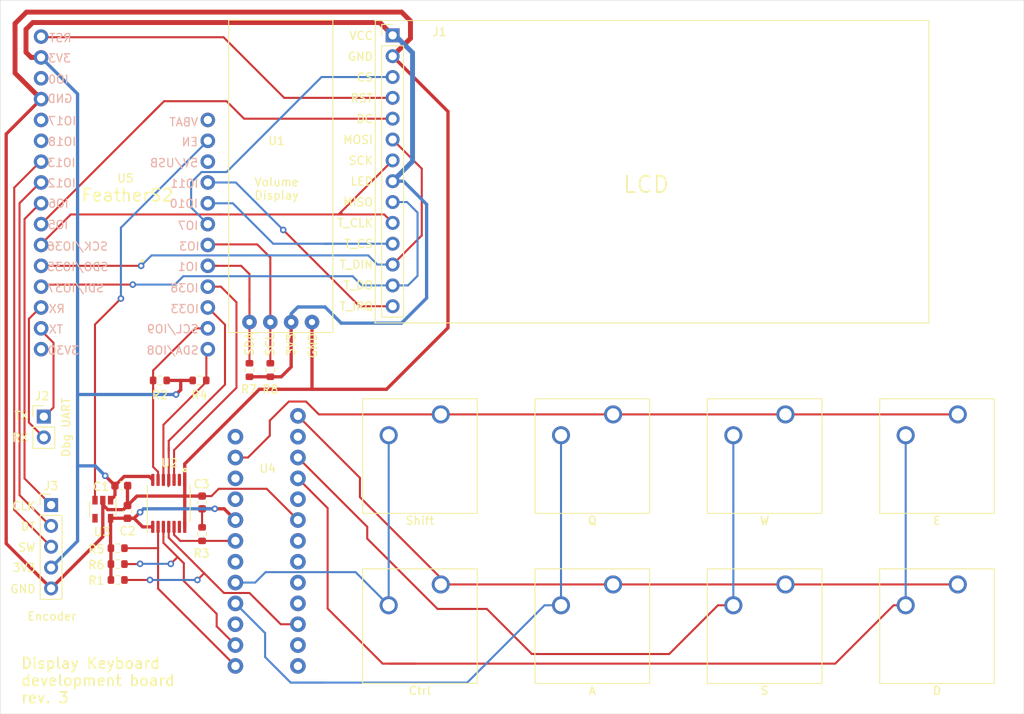
<source format=kicad_pcb>
(kicad_pcb (version 20171130) (host pcbnew "(5.1.9)-1")

  (general
    (thickness 1.6)
    (drawings 69)
    (tracks 339)
    (zones 0)
    (modules 27)
    (nets 56)
  )

  (page A4)
  (layers
    (0 F.Cu signal)
    (31 B.Cu signal)
    (32 B.Adhes user)
    (33 F.Adhes user)
    (34 B.Paste user)
    (35 F.Paste user)
    (36 B.SilkS user)
    (37 F.SilkS user)
    (38 B.Mask user)
    (39 F.Mask user)
    (40 Dwgs.User user)
    (41 Cmts.User user)
    (42 Eco1.User user)
    (43 Eco2.User user)
    (44 Edge.Cuts user)
    (45 Margin user)
    (46 B.CrtYd user)
    (47 F.CrtYd user)
    (48 B.Fab user)
    (49 F.Fab user)
  )

  (setup
    (last_trace_width 0.25)
    (user_trace_width 0.09)
    (user_trace_width 0.127)
    (user_trace_width 0.4)
    (user_trace_width 0.6)
    (trace_clearance 0.029)
    (zone_clearance 0.508)
    (zone_45_only no)
    (trace_min 0.029)
    (via_size 0.8)
    (via_drill 0.4)
    (via_min_size 0.45)
    (via_min_drill 0.2)
    (uvia_size 0.3)
    (uvia_drill 0.1)
    (uvias_allowed no)
    (uvia_min_size 0.2)
    (uvia_min_drill 0.1)
    (edge_width 0.05)
    (segment_width 0.2)
    (pcb_text_width 0.3)
    (pcb_text_size 1.5 1.5)
    (mod_edge_width 0.12)
    (mod_text_size 1 1)
    (mod_text_width 0.15)
    (pad_size 1.524 1.524)
    (pad_drill 0.762)
    (pad_to_mask_clearance 0)
    (aux_axis_origin 0 0)
    (visible_elements 7FFFFFFF)
    (pcbplotparams
      (layerselection 0x010fc_ffffffff)
      (usegerberextensions false)
      (usegerberattributes true)
      (usegerberadvancedattributes true)
      (creategerberjobfile false)
      (excludeedgelayer true)
      (linewidth 0.100000)
      (plotframeref false)
      (viasonmask false)
      (mode 1)
      (useauxorigin false)
      (hpglpennumber 1)
      (hpglpenspeed 20)
      (hpglpendiameter 15.000000)
      (psnegative false)
      (psa4output false)
      (plotreference true)
      (plotvalue true)
      (plotinvisibletext false)
      (padsonsilk false)
      (subtractmaskfromsilk false)
      (outputformat 1)
      (mirror false)
      (drillshape 0)
      (scaleselection 1)
      (outputdirectory "Gerber/"))
  )

  (net 0 "")
  (net 1 "Net-(U2-Pad6)")
  (net 2 ROW0)
  (net 3 COL3)
  (net 4 ROW1)
  (net 5 COL2)
  (net 6 COL1)
  (net 7 COL0)
  (net 8 T_IRQ)
  (net 9 MISO)
  (net 10 MOSI)
  (net 11 SCK)
  (net 12 D_CS)
  (net 13 T_CS)
  (net 14 3V3)
  (net 15 1V8)
  (net 16 3V3_RST)
  (net 17 1V8_RST)
  (net 18 3V3_SCL)
  (net 19 1V8_KBDINT)
  (net 20 3V3_SDA)
  (net 21 1V8_SCL)
  (net 22 1V8_SDA)
  (net 23 3V3_KBDINT)
  (net 24 EN)
  (net 25 "Net-(U2-Pad9)")
  (net 26 "Net-(U3-Pad4)")
  (net 27 "Net-(U4-PadA1)")
  (net 28 "Net-(U4-PadB1)")
  (net 29 "Net-(U4-PadC1)")
  (net 30 "Net-(U4-PadD1)")
  (net 31 "Net-(U4-PadA2)")
  (net 32 "Net-(U4-PadB2)")
  (net 33 "Net-(U4-PadC2)")
  (net 34 "Net-(U4-PadE2)")
  (net 35 "Net-(U4-PadB3)")
  (net 36 "Net-(U4-PadC4)")
  (net 37 "Net-(U4-PadD4)")
  (net 38 "Net-(U4-PadD5)")
  (net 39 "Net-(U4-PadE5)")
  (net 40 "Net-(J2-Pad1)")
  (net 41 "Net-(J2-Pad2)")
  (net 42 Enc_CLK)
  (net 43 Enc_DT)
  (net 44 Enc_SW)
  (net 45 SDA)
  (net 46 SCL)
  (net 47 "Net-(U5-Pad3)")
  (net 48 "Net-(U5-Pad5)")
  (net 49 "Net-(U5-Pad16)")
  (net 50 D_DC)
  (net 51 "Net-(U5-Pad26)")
  (net 52 "Net-(U5-Pad28)")
  (net 53 GND)
  (net 54 "Net-(U5-Pad6)")
  (net 55 RST)

  (net_class Default "This is the default net class."
    (clearance 0.029)
    (trace_width 0.25)
    (via_dia 0.8)
    (via_drill 0.4)
    (uvia_dia 0.3)
    (uvia_drill 0.1)
    (add_net 1V8)
    (add_net 1V8_KBDINT)
    (add_net 1V8_RST)
    (add_net 1V8_SCL)
    (add_net 1V8_SDA)
    (add_net 3V3)
    (add_net 3V3_KBDINT)
    (add_net 3V3_RST)
    (add_net 3V3_SCL)
    (add_net 3V3_SDA)
    (add_net COL0)
    (add_net COL1)
    (add_net COL2)
    (add_net COL3)
    (add_net D_CS)
    (add_net D_DC)
    (add_net EN)
    (add_net Enc_CLK)
    (add_net Enc_DT)
    (add_net Enc_SW)
    (add_net GND)
    (add_net MISO)
    (add_net MOSI)
    (add_net "Net-(J2-Pad1)")
    (add_net "Net-(J2-Pad2)")
    (add_net "Net-(U2-Pad6)")
    (add_net "Net-(U2-Pad9)")
    (add_net "Net-(U3-Pad4)")
    (add_net "Net-(U4-PadA1)")
    (add_net "Net-(U4-PadA2)")
    (add_net "Net-(U4-PadB1)")
    (add_net "Net-(U4-PadB2)")
    (add_net "Net-(U4-PadB3)")
    (add_net "Net-(U4-PadC1)")
    (add_net "Net-(U4-PadC2)")
    (add_net "Net-(U4-PadC4)")
    (add_net "Net-(U4-PadD1)")
    (add_net "Net-(U4-PadD4)")
    (add_net "Net-(U4-PadD5)")
    (add_net "Net-(U4-PadE2)")
    (add_net "Net-(U4-PadE5)")
    (add_net "Net-(U5-Pad16)")
    (add_net "Net-(U5-Pad26)")
    (add_net "Net-(U5-Pad28)")
    (add_net "Net-(U5-Pad3)")
    (add_net "Net-(U5-Pad5)")
    (add_net "Net-(U5-Pad6)")
    (add_net ROW0)
    (add_net ROW1)
    (add_net RST)
    (add_net SCK)
    (add_net SCL)
    (add_net SDA)
    (add_net T_CS)
    (add_net T_IRQ)
  )

  (module BGA0016:BGA0016 (layer F.Cu) (tedit 600E2FEB) (tstamp 600F7B3A)
    (at 122.1105 127.254 180)
    (descr "BGA-25 to DIP-25 SMT Adapter (0.4 mm pitch, 5 x 5 grid)")
    (tags "BGA adapter")
    (path /5FE7EC0A)
    (fp_text reference U4 (at -1.397 15.1765) (layer F.SilkS)
      (effects (font (size 1 1) (thickness 0.15)))
    )
    (fp_text value LM8330 (at -1.524 17.4625) (layer F.Fab)
      (effects (font (size 0.8 0.8) (thickness 0.15)))
    )
    (pad A1 thru_hole circle (at -5.08 -8.89 180) (size 1.9 1.9) (drill 1.02) (layers *.Cu *.Mask)
      (net 27 "Net-(U4-PadA1)"))
    (pad A2 thru_hole circle (at -5.08 -6.35 180) (size 1.9 1.9) (drill 1.02) (layers *.Cu *.Mask)
      (net 31 "Net-(U4-PadA2)"))
    (pad A3 thru_hole circle (at -5.08 -3.81 180) (size 1.9 1.9) (drill 1.02) (layers *.Cu *.Mask)
      (net 17 1V8_RST))
    (pad B1 thru_hole circle (at -5.08 -1.27 180) (size 1.9 1.9) (drill 1.02) (layers *.Cu *.Mask)
      (net 28 "Net-(U4-PadB1)"))
    (pad B2 thru_hole circle (at -5.08 1.27 180) (size 1.9 1.9) (drill 1.02) (layers *.Cu *.Mask)
      (net 32 "Net-(U4-PadB2)"))
    (pad C1 thru_hole circle (at -5.08 3.81 180) (size 1.9 1.9) (drill 1.02) (layers *.Cu *.Mask)
      (net 29 "Net-(U4-PadC1)"))
    (pad C2 thru_hole circle (at -5.08 6.35 180) (size 1.9 1.9) (drill 1.02) (layers *.Cu *.Mask)
      (net 33 "Net-(U4-PadC2)"))
    (pad C3 thru_hole circle (at -5.08 8.89 180) (size 1.9 1.9) (drill 1.02) (layers *.Cu *.Mask)
      (net 53 GND))
    (pad D1 thru_hole circle (at -5.08 11.43 180) (size 1.9 1.9) (drill 1.02) (layers *.Cu *.Mask)
      (net 30 "Net-(U4-PadD1)"))
    (pad D2 thru_hole circle (at -5.08 13.97 180) (size 1.9 1.9) (drill 1.02) (layers *.Cu *.Mask)
      (net 7 COL0))
    (pad E1 thru_hole circle (at -5.08 16.51 180) (size 1.9 1.9) (drill 1.02) (layers *.Cu *.Mask)
      (net 6 COL1))
    (pad E2 thru_hole circle (at -5.08 19.05 180) (size 1.9 1.9) (drill 1.02) (layers *.Cu *.Mask)
      (net 34 "Net-(U4-PadE2)"))
    (pad E3 thru_hole circle (at -5.08 21.59 180) (size 1.9 1.9) (drill 1.02) (layers *.Cu *.Mask)
      (net 4 ROW1))
    (pad A4 thru_hole circle (at 2.54 -8.89 180) (size 1.9 1.9) (drill 1.02) (layers *.Cu *.Mask)
      (net 21 1V8_SCL))
    (pad A5 thru_hole circle (at 2.54 -6.35 180) (size 1.9 1.9) (drill 1.02) (layers *.Cu *.Mask)
      (net 22 1V8_SDA))
    (pad B3 thru_hole circle (at 2.54 -3.81 180) (size 1.9 1.9) (drill 1.02) (layers *.Cu *.Mask)
      (net 35 "Net-(U4-PadB3)"))
    (pad B4 thru_hole circle (at 2.54 -1.27 180) (size 1.9 1.9) (drill 1.02) (layers *.Cu *.Mask)
      (net 5 COL2))
    (pad B5 thru_hole circle (at 2.54 1.27 180) (size 1.9 1.9) (drill 1.02) (layers *.Cu *.Mask)
      (net 3 COL3))
    (pad C4 thru_hole circle (at 2.54 3.81 180) (size 1.9 1.9) (drill 1.02) (layers *.Cu *.Mask)
      (net 36 "Net-(U4-PadC4)"))
    (pad C5 thru_hole circle (at 2.54 6.35 180) (size 1.9 1.9) (drill 1.02) (layers *.Cu *.Mask)
      (net 19 1V8_KBDINT))
    (pad D3 thru_hole circle (at 2.54 8.89 180) (size 1.9 1.9) (drill 1.02) (layers *.Cu *.Mask)
      (net 15 1V8))
    (pad D4 thru_hole circle (at 2.54 11.43 180) (size 1.9 1.9) (drill 1.02) (layers *.Cu *.Mask)
      (net 37 "Net-(U4-PadD4)"))
    (pad D5 thru_hole circle (at 2.54 13.97 180) (size 1.9 1.9) (drill 1.02) (layers *.Cu *.Mask)
      (net 38 "Net-(U4-PadD5)"))
    (pad E4 thru_hole circle (at 2.54 16.51 180) (size 1.9 1.9) (drill 1.02) (layers *.Cu *.Mask)
      (net 2 ROW0))
    (pad E5 thru_hole circle (at 2.54 19.05 180) (size 1.9 1.9) (drill 1.02) (layers *.Cu *.Mask)
      (net 39 "Net-(U4-PadE5)"))
  )

  (module Resistor_SMD:R_0603_1608Metric (layer F.Cu) (tedit 5F68FEEE) (tstamp 5FE90D12)
    (at 105.2195 123.72975 180)
    (descr "Resistor SMD 0603 (1608 Metric), square (rectangular) end terminal, IPC_7351 nominal, (Body size source: IPC-SM-782 page 72, https://www.pcb-3d.com/wordpress/wp-content/uploads/ipc-sm-782a_amendment_1_and_2.pdf), generated with kicad-footprint-generator")
    (tags resistor)
    (path /5FEB396C)
    (attr smd)
    (fp_text reference R6 (at 2.6035 -0.09525) (layer F.SilkS)
      (effects (font (size 1 1) (thickness 0.15)))
    )
    (fp_text value 226Ω (at -2.6035 -0.66675) (layer F.Fab) hide
      (effects (font (size 0.5 0.5) (thickness 0.1)))
    )
    (fp_line (start 1.48 0.73) (end -1.48 0.73) (layer F.CrtYd) (width 0.05))
    (fp_line (start 1.48 -0.73) (end 1.48 0.73) (layer F.CrtYd) (width 0.05))
    (fp_line (start -1.48 -0.73) (end 1.48 -0.73) (layer F.CrtYd) (width 0.05))
    (fp_line (start -1.48 0.73) (end -1.48 -0.73) (layer F.CrtYd) (width 0.05))
    (fp_line (start -0.237258 0.5225) (end 0.237258 0.5225) (layer F.SilkS) (width 0.12))
    (fp_line (start -0.237258 -0.5225) (end 0.237258 -0.5225) (layer F.SilkS) (width 0.12))
    (fp_line (start 0.8 0.4125) (end -0.8 0.4125) (layer F.Fab) (width 0.1))
    (fp_line (start 0.8 -0.4125) (end 0.8 0.4125) (layer F.Fab) (width 0.1))
    (fp_line (start -0.8 -0.4125) (end 0.8 -0.4125) (layer F.Fab) (width 0.1))
    (fp_line (start -0.8 0.4125) (end -0.8 -0.4125) (layer F.Fab) (width 0.1))
    (fp_text user %R (at 0 0) (layer F.Fab)
      (effects (font (size 0.4 0.4) (thickness 0.06)))
    )
    (pad 1 smd roundrect (at -0.825 0 180) (size 0.8 0.95) (layers F.Cu F.Paste F.Mask) (roundrect_rratio 0.25)
      (net 22 1V8_SDA))
    (pad 2 smd roundrect (at 0.825 0 180) (size 0.8 0.95) (layers F.Cu F.Paste F.Mask) (roundrect_rratio 0.25)
      (net 15 1V8))
    (model ${KISYS3DMOD}/Resistor_SMD.3dshapes/R_0603_1608Metric.wrl
      (at (xyz 0 0 0))
      (scale (xyz 1 1 1))
      (rotate (xyz 0 0 0))
    )
  )

  (module Button_Switch_Keyboard:SW_Cherry_MX_1.00u_PCB (layer F.Cu) (tedit 5A02FE24) (tstamp 5FCCA1A5)
    (at 165.608 105.4862)
    (descr "Cherry MX keyswitch, 1.00u, PCB mount, http://cherryamericas.com/wp-content/uploads/2014/12/mx_cat.pdf")
    (tags "Cherry MX keyswitch 1.00u PCB")
    (path /5FCC9F75)
    (fp_text reference Q1 (at -2.54 -2.794) (layer F.SilkS) hide
      (effects (font (size 1 1) (thickness 0.15)))
    )
    (fp_text value Q (at -2.54 12.954) (layer F.SilkS)
      (effects (font (size 1 1) (thickness 0.15)))
    )
    (fp_line (start -8.89 -1.27) (end 3.81 -1.27) (layer F.Fab) (width 0.1))
    (fp_line (start 3.81 -1.27) (end 3.81 11.43) (layer F.Fab) (width 0.1))
    (fp_line (start 3.81 11.43) (end -8.89 11.43) (layer F.Fab) (width 0.1))
    (fp_line (start -8.89 11.43) (end -8.89 -1.27) (layer F.Fab) (width 0.1))
    (fp_line (start -9.14 11.68) (end -9.14 -1.52) (layer F.CrtYd) (width 0.05))
    (fp_line (start 4.06 11.68) (end -9.14 11.68) (layer F.CrtYd) (width 0.05))
    (fp_line (start 4.06 -1.52) (end 4.06 11.68) (layer F.CrtYd) (width 0.05))
    (fp_line (start -9.14 -1.52) (end 4.06 -1.52) (layer F.CrtYd) (width 0.05))
    (fp_line (start -12.065 -4.445) (end 6.985 -4.445) (layer Dwgs.User) (width 0.15))
    (fp_line (start 6.985 -4.445) (end 6.985 14.605) (layer Dwgs.User) (width 0.15))
    (fp_line (start 6.985 14.605) (end -12.065 14.605) (layer Dwgs.User) (width 0.15))
    (fp_line (start -12.065 14.605) (end -12.065 -4.445) (layer Dwgs.User) (width 0.15))
    (fp_line (start -9.525 -1.905) (end 4.445 -1.905) (layer F.SilkS) (width 0.12))
    (fp_line (start 4.445 -1.905) (end 4.445 12.065) (layer F.SilkS) (width 0.12))
    (fp_line (start 4.445 12.065) (end -9.525 12.065) (layer F.SilkS) (width 0.12))
    (fp_line (start -9.525 12.065) (end -9.525 -1.905) (layer F.SilkS) (width 0.12))
    (fp_text user %R (at -2.54 -2.794) (layer F.Fab)
      (effects (font (size 1 1) (thickness 0.15)))
    )
    (pad 1 thru_hole circle (at 0 0) (size 2.2 2.2) (drill 1.5) (layers *.Cu *.Mask)
      (net 2 ROW0))
    (pad 2 thru_hole circle (at -6.35 2.54) (size 2.2 2.2) (drill 1.5) (layers *.Cu *.Mask)
      (net 5 COL2))
    (pad "" np_thru_hole circle (at -2.54 5.08) (size 4 4) (drill 4) (layers *.Cu *.Mask))
    (pad "" np_thru_hole circle (at -7.62 5.08) (size 1.7 1.7) (drill 1.7) (layers *.Cu *.Mask))
    (pad "" np_thru_hole circle (at 2.54 5.08) (size 1.7 1.7) (drill 1.7) (layers *.Cu *.Mask))
    (model ${KISYS3DMOD}/Button_Switch_Keyboard.3dshapes/SW_Cherry_MX_1.00u_PCB.wrl
      (at (xyz 0 0 0))
      (scale (xyz 1 1 1))
      (rotate (xyz 0 0 0))
    )
  )

  (module Resistor_SMD:R_0603_1608Metric (layer F.Cu) (tedit 5F68FEEE) (tstamp 600FA319)
    (at 121.285 100.076 270)
    (descr "Resistor SMD 0603 (1608 Metric), square (rectangular) end terminal, IPC_7351 nominal, (Body size source: IPC-SM-782 page 72, https://www.pcb-3d.com/wordpress/wp-content/uploads/ipc-sm-782a_amendment_1_and_2.pdf), generated with kicad-footprint-generator")
    (tags resistor)
    (path /5FEB56DF)
    (attr smd)
    (fp_text reference R7 (at 2.3495 0.0635 180) (layer F.SilkS)
      (effects (font (size 1 1) (thickness 0.15)))
    )
    (fp_text value 2.2kΩ (at 0.0635 1.9685 180) (layer F.Fab) hide
      (effects (font (size 0.5 0.5) (thickness 0.1)))
    )
    (fp_line (start -0.8 0.4125) (end -0.8 -0.4125) (layer F.Fab) (width 0.1))
    (fp_line (start -0.8 -0.4125) (end 0.8 -0.4125) (layer F.Fab) (width 0.1))
    (fp_line (start 0.8 -0.4125) (end 0.8 0.4125) (layer F.Fab) (width 0.1))
    (fp_line (start 0.8 0.4125) (end -0.8 0.4125) (layer F.Fab) (width 0.1))
    (fp_line (start -0.237258 -0.5225) (end 0.237258 -0.5225) (layer F.SilkS) (width 0.12))
    (fp_line (start -0.237258 0.5225) (end 0.237258 0.5225) (layer F.SilkS) (width 0.12))
    (fp_line (start -1.48 0.73) (end -1.48 -0.73) (layer F.CrtYd) (width 0.05))
    (fp_line (start -1.48 -0.73) (end 1.48 -0.73) (layer F.CrtYd) (width 0.05))
    (fp_line (start 1.48 -0.73) (end 1.48 0.73) (layer F.CrtYd) (width 0.05))
    (fp_line (start 1.48 0.73) (end -1.48 0.73) (layer F.CrtYd) (width 0.05))
    (fp_text user %R (at 0 0 90) (layer F.Fab)
      (effects (font (size 0.4 0.4) (thickness 0.06)))
    )
    (pad 1 smd roundrect (at -0.825 0 270) (size 0.8 0.95) (layers F.Cu F.Paste F.Mask) (roundrect_rratio 0.25)
      (net 45 SDA))
    (pad 2 smd roundrect (at 0.825 0 270) (size 0.8 0.95) (layers F.Cu F.Paste F.Mask) (roundrect_rratio 0.25)
      (net 14 3V3))
    (model ${KISYS3DMOD}/Resistor_SMD.3dshapes/R_0603_1608Metric.wrl
      (at (xyz 0 0 0))
      (scale (xyz 1 1 1))
      (rotate (xyz 0 0 0))
    )
  )

  (module Resistor_SMD:R_0603_1608Metric (layer F.Cu) (tedit 5F68FEEE) (tstamp 5FEA728B)
    (at 123.825 100.076 270)
    (descr "Resistor SMD 0603 (1608 Metric), square (rectangular) end terminal, IPC_7351 nominal, (Body size source: IPC-SM-782 page 72, https://www.pcb-3d.com/wordpress/wp-content/uploads/ipc-sm-782a_amendment_1_and_2.pdf), generated with kicad-footprint-generator")
    (tags resistor)
    (path /5FEB5F07)
    (attr smd)
    (fp_text reference R8 (at 2.3495 0 180) (layer F.SilkS)
      (effects (font (size 1 1) (thickness 0.15)))
    )
    (fp_text value 2.2kΩ (at -0.0635 -1.9685 180) (layer F.Fab) hide
      (effects (font (size 0.5 0.5) (thickness 0.08)))
    )
    (fp_line (start 1.48 0.73) (end -1.48 0.73) (layer F.CrtYd) (width 0.05))
    (fp_line (start 1.48 -0.73) (end 1.48 0.73) (layer F.CrtYd) (width 0.05))
    (fp_line (start -1.48 -0.73) (end 1.48 -0.73) (layer F.CrtYd) (width 0.05))
    (fp_line (start -1.48 0.73) (end -1.48 -0.73) (layer F.CrtYd) (width 0.05))
    (fp_line (start -0.237258 0.5225) (end 0.237258 0.5225) (layer F.SilkS) (width 0.12))
    (fp_line (start -0.237258 -0.5225) (end 0.237258 -0.5225) (layer F.SilkS) (width 0.12))
    (fp_line (start 0.8 0.4125) (end -0.8 0.4125) (layer F.Fab) (width 0.1))
    (fp_line (start 0.8 -0.4125) (end 0.8 0.4125) (layer F.Fab) (width 0.1))
    (fp_line (start -0.8 -0.4125) (end 0.8 -0.4125) (layer F.Fab) (width 0.1))
    (fp_line (start -0.8 0.4125) (end -0.8 -0.4125) (layer F.Fab) (width 0.1))
    (fp_text user %R (at 0 0 90) (layer F.Fab)
      (effects (font (size 0.4 0.4) (thickness 0.06)))
    )
    (pad 2 smd roundrect (at 0.825 0 270) (size 0.8 0.95) (layers F.Cu F.Paste F.Mask) (roundrect_rratio 0.25)
      (net 14 3V3))
    (pad 1 smd roundrect (at -0.825 0 270) (size 0.8 0.95) (layers F.Cu F.Paste F.Mask) (roundrect_rratio 0.25)
      (net 46 SCL))
    (model ${KISYS3DMOD}/Resistor_SMD.3dshapes/R_0603_1608Metric.wrl
      (at (xyz 0 0 0))
      (scale (xyz 1 1 1))
      (rotate (xyz 0 0 0))
    )
  )

  (module Button_Switch_Keyboard:SW_Cherry_MX_1.00u_PCB (layer F.Cu) (tedit 5A02FE24) (tstamp 5FCCA13D)
    (at 165.608 126.2126)
    (descr "Cherry MX keyswitch, 1.00u, PCB mount, http://cherryamericas.com/wp-content/uploads/2014/12/mx_cat.pdf")
    (tags "Cherry MX keyswitch 1.00u PCB")
    (path /5FCCB8B3)
    (fp_text reference A1 (at -2.54 -2.794) (layer F.SilkS) hide
      (effects (font (size 1 1) (thickness 0.15)))
    )
    (fp_text value A (at -2.54 12.954) (layer F.SilkS)
      (effects (font (size 1 1) (thickness 0.15)))
    )
    (fp_line (start -9.525 12.065) (end -9.525 -1.905) (layer F.SilkS) (width 0.12))
    (fp_line (start 4.445 12.065) (end -9.525 12.065) (layer F.SilkS) (width 0.12))
    (fp_line (start 4.445 -1.905) (end 4.445 12.065) (layer F.SilkS) (width 0.12))
    (fp_line (start -9.525 -1.905) (end 4.445 -1.905) (layer F.SilkS) (width 0.12))
    (fp_line (start -12.065 14.605) (end -12.065 -4.445) (layer Dwgs.User) (width 0.15))
    (fp_line (start 6.985 14.605) (end -12.065 14.605) (layer Dwgs.User) (width 0.15))
    (fp_line (start 6.985 -4.445) (end 6.985 14.605) (layer Dwgs.User) (width 0.15))
    (fp_line (start -12.065 -4.445) (end 6.985 -4.445) (layer Dwgs.User) (width 0.15))
    (fp_line (start -9.14 -1.52) (end 4.06 -1.52) (layer F.CrtYd) (width 0.05))
    (fp_line (start 4.06 -1.52) (end 4.06 11.68) (layer F.CrtYd) (width 0.05))
    (fp_line (start 4.06 11.68) (end -9.14 11.68) (layer F.CrtYd) (width 0.05))
    (fp_line (start -9.14 11.68) (end -9.14 -1.52) (layer F.CrtYd) (width 0.05))
    (fp_line (start -8.89 11.43) (end -8.89 -1.27) (layer F.Fab) (width 0.1))
    (fp_line (start 3.81 11.43) (end -8.89 11.43) (layer F.Fab) (width 0.1))
    (fp_line (start 3.81 -1.27) (end 3.81 11.43) (layer F.Fab) (width 0.1))
    (fp_line (start -8.89 -1.27) (end 3.81 -1.27) (layer F.Fab) (width 0.1))
    (fp_text user %R (at -2.54 -2.794) (layer F.Fab)
      (effects (font (size 1 1) (thickness 0.15)))
    )
    (pad "" np_thru_hole circle (at 2.54 5.08) (size 1.7 1.7) (drill 1.7) (layers *.Cu *.Mask))
    (pad "" np_thru_hole circle (at -7.62 5.08) (size 1.7 1.7) (drill 1.7) (layers *.Cu *.Mask))
    (pad "" np_thru_hole circle (at -2.54 5.08) (size 4 4) (drill 4) (layers *.Cu *.Mask))
    (pad 2 thru_hole circle (at -6.35 2.54) (size 2.2 2.2) (drill 1.5) (layers *.Cu *.Mask)
      (net 5 COL2))
    (pad 1 thru_hole circle (at 0 0) (size 2.2 2.2) (drill 1.5) (layers *.Cu *.Mask)
      (net 4 ROW1))
    (model ${KISYS3DMOD}/Button_Switch_Keyboard.3dshapes/SW_Cherry_MX_1.00u_PCB.wrl
      (at (xyz 0 0 0))
      (scale (xyz 1 1 1))
      (rotate (xyz 0 0 0))
    )
  )

  (module Button_Switch_Keyboard:SW_Cherry_MX_1.00u_PCB (layer F.Cu) (tedit 5A02FE24) (tstamp 5FCCA171)
    (at 207.6196 126.2126)
    (descr "Cherry MX keyswitch, 1.00u, PCB mount, http://cherryamericas.com/wp-content/uploads/2014/12/mx_cat.pdf")
    (tags "Cherry MX keyswitch 1.00u PCB")
    (path /5FCCC6C4)
    (fp_text reference D1 (at -2.54 -2.794) (layer F.SilkS) hide
      (effects (font (size 1 1) (thickness 0.15)))
    )
    (fp_text value D (at -2.54 12.954) (layer F.SilkS)
      (effects (font (size 1 1) (thickness 0.15)))
    )
    (fp_line (start -9.525 12.065) (end -9.525 -1.905) (layer F.SilkS) (width 0.12))
    (fp_line (start 4.445 12.065) (end -9.525 12.065) (layer F.SilkS) (width 0.12))
    (fp_line (start 4.445 -1.905) (end 4.445 12.065) (layer F.SilkS) (width 0.12))
    (fp_line (start -9.525 -1.905) (end 4.445 -1.905) (layer F.SilkS) (width 0.12))
    (fp_line (start -12.065 14.605) (end -12.065 -4.445) (layer Dwgs.User) (width 0.15))
    (fp_line (start 6.985 14.605) (end -12.065 14.605) (layer Dwgs.User) (width 0.15))
    (fp_line (start 6.985 -4.445) (end 6.985 14.605) (layer Dwgs.User) (width 0.15))
    (fp_line (start -12.065 -4.445) (end 6.985 -4.445) (layer Dwgs.User) (width 0.15))
    (fp_line (start -9.14 -1.52) (end 4.06 -1.52) (layer F.CrtYd) (width 0.05))
    (fp_line (start 4.06 -1.52) (end 4.06 11.68) (layer F.CrtYd) (width 0.05))
    (fp_line (start 4.06 11.68) (end -9.14 11.68) (layer F.CrtYd) (width 0.05))
    (fp_line (start -9.14 11.68) (end -9.14 -1.52) (layer F.CrtYd) (width 0.05))
    (fp_line (start -8.89 11.43) (end -8.89 -1.27) (layer F.Fab) (width 0.1))
    (fp_line (start 3.81 11.43) (end -8.89 11.43) (layer F.Fab) (width 0.1))
    (fp_line (start 3.81 -1.27) (end 3.81 11.43) (layer F.Fab) (width 0.1))
    (fp_line (start -8.89 -1.27) (end 3.81 -1.27) (layer F.Fab) (width 0.1))
    (fp_text user %R (at -2.54 -2.794) (layer F.Fab)
      (effects (font (size 1 1) (thickness 0.15)))
    )
    (pad "" np_thru_hole circle (at 2.54 5.08) (size 1.7 1.7) (drill 1.7) (layers *.Cu *.Mask))
    (pad "" np_thru_hole circle (at -7.62 5.08) (size 1.7 1.7) (drill 1.7) (layers *.Cu *.Mask))
    (pad "" np_thru_hole circle (at -2.54 5.08) (size 4 4) (drill 4) (layers *.Cu *.Mask))
    (pad 2 thru_hole circle (at -6.35 2.54) (size 2.2 2.2) (drill 1.5) (layers *.Cu *.Mask)
      (net 7 COL0))
    (pad 1 thru_hole circle (at 0 0) (size 2.2 2.2) (drill 1.5) (layers *.Cu *.Mask)
      (net 4 ROW1))
    (model ${KISYS3DMOD}/Button_Switch_Keyboard.3dshapes/SW_Cherry_MX_1.00u_PCB.wrl
      (at (xyz 0 0 0))
      (scale (xyz 1 1 1))
      (rotate (xyz 0 0 0))
    )
  )

  (module Button_Switch_Keyboard:SW_Cherry_MX_1.00u_PCB (layer F.Cu) (tedit 5A02FE24) (tstamp 5FCCA109)
    (at 144.6022 105.4862)
    (descr "Cherry MX keyswitch, 1.00u, PCB mount, http://cherryamericas.com/wp-content/uploads/2014/12/mx_cat.pdf")
    (tags "Cherry MX keyswitch 1.00u PCB")
    (path /5FCCCBD3)
    (fp_text reference Shift1 (at -2.54 -2.794) (layer F.SilkS) hide
      (effects (font (size 1 1) (thickness 0.15)))
    )
    (fp_text value Shift (at -2.54 12.954) (layer F.SilkS)
      (effects (font (size 1 1) (thickness 0.15)))
    )
    (fp_line (start -8.89 -1.27) (end 3.81 -1.27) (layer F.Fab) (width 0.1))
    (fp_line (start 3.81 -1.27) (end 3.81 11.43) (layer F.Fab) (width 0.1))
    (fp_line (start 3.81 11.43) (end -8.89 11.43) (layer F.Fab) (width 0.1))
    (fp_line (start -8.89 11.43) (end -8.89 -1.27) (layer F.Fab) (width 0.1))
    (fp_line (start -9.14 11.68) (end -9.14 -1.52) (layer F.CrtYd) (width 0.05))
    (fp_line (start 4.06 11.68) (end -9.14 11.68) (layer F.CrtYd) (width 0.05))
    (fp_line (start 4.06 -1.52) (end 4.06 11.68) (layer F.CrtYd) (width 0.05))
    (fp_line (start -9.14 -1.52) (end 4.06 -1.52) (layer F.CrtYd) (width 0.05))
    (fp_line (start -12.065 -4.445) (end 6.985 -4.445) (layer Dwgs.User) (width 0.15))
    (fp_line (start 6.985 -4.445) (end 6.985 14.605) (layer Dwgs.User) (width 0.15))
    (fp_line (start 6.985 14.605) (end -12.065 14.605) (layer Dwgs.User) (width 0.15))
    (fp_line (start -12.065 14.605) (end -12.065 -4.445) (layer Dwgs.User) (width 0.15))
    (fp_line (start -9.525 -1.905) (end 4.445 -1.905) (layer F.SilkS) (width 0.12))
    (fp_line (start 4.445 -1.905) (end 4.445 12.065) (layer F.SilkS) (width 0.12))
    (fp_line (start 4.445 12.065) (end -9.525 12.065) (layer F.SilkS) (width 0.12))
    (fp_line (start -9.525 12.065) (end -9.525 -1.905) (layer F.SilkS) (width 0.12))
    (fp_text user %R (at -2.54 -2.794) (layer F.Fab)
      (effects (font (size 1 1) (thickness 0.15)))
    )
    (pad 1 thru_hole circle (at 0 0) (size 2.2 2.2) (drill 1.5) (layers *.Cu *.Mask)
      (net 2 ROW0))
    (pad 2 thru_hole circle (at -6.35 2.54) (size 2.2 2.2) (drill 1.5) (layers *.Cu *.Mask)
      (net 3 COL3))
    (pad "" np_thru_hole circle (at -2.54 5.08) (size 4 4) (drill 4) (layers *.Cu *.Mask))
    (pad "" np_thru_hole circle (at -7.62 5.08) (size 1.7 1.7) (drill 1.7) (layers *.Cu *.Mask))
    (pad "" np_thru_hole circle (at 2.54 5.08) (size 1.7 1.7) (drill 1.7) (layers *.Cu *.Mask))
    (model ${KISYS3DMOD}/Button_Switch_Keyboard.3dshapes/SW_Cherry_MX_1.00u_PCB.wrl
      (at (xyz 0 0 0))
      (scale (xyz 1 1 1))
      (rotate (xyz 0 0 0))
    )
  )

  (module Button_Switch_Keyboard:SW_Cherry_MX_1.00u_PCB (layer F.Cu) (tedit 5A02FE24) (tstamp 5FCCA123)
    (at 144.6022 126.2126)
    (descr "Cherry MX keyswitch, 1.00u, PCB mount, http://cherryamericas.com/wp-content/uploads/2014/12/mx_cat.pdf")
    (tags "Cherry MX keyswitch 1.00u PCB")
    (path /5FCCD3E9)
    (fp_text reference Ctrl1 (at -2.54 -2.794) (layer F.SilkS) hide
      (effects (font (size 1 1) (thickness 0.15)))
    )
    (fp_text value Ctrl (at -2.54 12.954) (layer F.SilkS)
      (effects (font (size 1 1) (thickness 0.15)))
    )
    (fp_line (start -9.525 12.065) (end -9.525 -1.905) (layer F.SilkS) (width 0.12))
    (fp_line (start 4.445 12.065) (end -9.525 12.065) (layer F.SilkS) (width 0.12))
    (fp_line (start 4.445 -1.905) (end 4.445 12.065) (layer F.SilkS) (width 0.12))
    (fp_line (start -9.525 -1.905) (end 4.445 -1.905) (layer F.SilkS) (width 0.12))
    (fp_line (start -12.065 14.605) (end -12.065 -4.445) (layer Dwgs.User) (width 0.15))
    (fp_line (start 6.985 14.605) (end -12.065 14.605) (layer Dwgs.User) (width 0.15))
    (fp_line (start 6.985 -4.445) (end 6.985 14.605) (layer Dwgs.User) (width 0.15))
    (fp_line (start -12.065 -4.445) (end 6.985 -4.445) (layer Dwgs.User) (width 0.15))
    (fp_line (start -9.14 -1.52) (end 4.06 -1.52) (layer F.CrtYd) (width 0.05))
    (fp_line (start 4.06 -1.52) (end 4.06 11.68) (layer F.CrtYd) (width 0.05))
    (fp_line (start 4.06 11.68) (end -9.14 11.68) (layer F.CrtYd) (width 0.05))
    (fp_line (start -9.14 11.68) (end -9.14 -1.52) (layer F.CrtYd) (width 0.05))
    (fp_line (start -8.89 11.43) (end -8.89 -1.27) (layer F.Fab) (width 0.1))
    (fp_line (start 3.81 11.43) (end -8.89 11.43) (layer F.Fab) (width 0.1))
    (fp_line (start 3.81 -1.27) (end 3.81 11.43) (layer F.Fab) (width 0.1))
    (fp_line (start -8.89 -1.27) (end 3.81 -1.27) (layer F.Fab) (width 0.1))
    (fp_text user %R (at -2.54 -2.794) (layer F.Fab)
      (effects (font (size 1 1) (thickness 0.15)))
    )
    (pad "" np_thru_hole circle (at 2.54 5.08) (size 1.7 1.7) (drill 1.7) (layers *.Cu *.Mask))
    (pad "" np_thru_hole circle (at -7.62 5.08) (size 1.7 1.7) (drill 1.7) (layers *.Cu *.Mask))
    (pad "" np_thru_hole circle (at -2.54 5.08) (size 4 4) (drill 4) (layers *.Cu *.Mask))
    (pad 2 thru_hole circle (at -6.35 2.54) (size 2.2 2.2) (drill 1.5) (layers *.Cu *.Mask)
      (net 3 COL3))
    (pad 1 thru_hole circle (at 0 0) (size 2.2 2.2) (drill 1.5) (layers *.Cu *.Mask)
      (net 4 ROW1))
    (model ${KISYS3DMOD}/Button_Switch_Keyboard.3dshapes/SW_Cherry_MX_1.00u_PCB.wrl
      (at (xyz 0 0 0))
      (scale (xyz 1 1 1))
      (rotate (xyz 0 0 0))
    )
  )

  (module Button_Switch_Keyboard:SW_Cherry_MX_1.00u_PCB (layer F.Cu) (tedit 5A02FE24) (tstamp 5FCCA157)
    (at 186.6138 126.2126)
    (descr "Cherry MX keyswitch, 1.00u, PCB mount, http://cherryamericas.com/wp-content/uploads/2014/12/mx_cat.pdf")
    (tags "Cherry MX keyswitch 1.00u PCB")
    (path /5FCCBF44)
    (fp_text reference S1 (at -2.54 -2.794) (layer F.SilkS) hide
      (effects (font (size 1 1) (thickness 0.15)))
    )
    (fp_text value S (at -2.54 12.954) (layer F.SilkS)
      (effects (font (size 1 1) (thickness 0.15)))
    )
    (fp_line (start -8.89 -1.27) (end 3.81 -1.27) (layer F.Fab) (width 0.1))
    (fp_line (start 3.81 -1.27) (end 3.81 11.43) (layer F.Fab) (width 0.1))
    (fp_line (start 3.81 11.43) (end -8.89 11.43) (layer F.Fab) (width 0.1))
    (fp_line (start -8.89 11.43) (end -8.89 -1.27) (layer F.Fab) (width 0.1))
    (fp_line (start -9.14 11.68) (end -9.14 -1.52) (layer F.CrtYd) (width 0.05))
    (fp_line (start 4.06 11.68) (end -9.14 11.68) (layer F.CrtYd) (width 0.05))
    (fp_line (start 4.06 -1.52) (end 4.06 11.68) (layer F.CrtYd) (width 0.05))
    (fp_line (start -9.14 -1.52) (end 4.06 -1.52) (layer F.CrtYd) (width 0.05))
    (fp_line (start -12.065 -4.445) (end 6.985 -4.445) (layer Dwgs.User) (width 0.15))
    (fp_line (start 6.985 -4.445) (end 6.985 14.605) (layer Dwgs.User) (width 0.15))
    (fp_line (start 6.985 14.605) (end -12.065 14.605) (layer Dwgs.User) (width 0.15))
    (fp_line (start -12.065 14.605) (end -12.065 -4.445) (layer Dwgs.User) (width 0.15))
    (fp_line (start -9.525 -1.905) (end 4.445 -1.905) (layer F.SilkS) (width 0.12))
    (fp_line (start 4.445 -1.905) (end 4.445 12.065) (layer F.SilkS) (width 0.12))
    (fp_line (start 4.445 12.065) (end -9.525 12.065) (layer F.SilkS) (width 0.12))
    (fp_line (start -9.525 12.065) (end -9.525 -1.905) (layer F.SilkS) (width 0.12))
    (fp_text user %R (at -2.54 -2.794) (layer F.Fab)
      (effects (font (size 1 1) (thickness 0.15)))
    )
    (pad 1 thru_hole circle (at 0 0) (size 2.2 2.2) (drill 1.5) (layers *.Cu *.Mask)
      (net 4 ROW1))
    (pad 2 thru_hole circle (at -6.35 2.54) (size 2.2 2.2) (drill 1.5) (layers *.Cu *.Mask)
      (net 6 COL1))
    (pad "" np_thru_hole circle (at -2.54 5.08) (size 4 4) (drill 4) (layers *.Cu *.Mask))
    (pad "" np_thru_hole circle (at -7.62 5.08) (size 1.7 1.7) (drill 1.7) (layers *.Cu *.Mask))
    (pad "" np_thru_hole circle (at 2.54 5.08) (size 1.7 1.7) (drill 1.7) (layers *.Cu *.Mask))
    (model ${KISYS3DMOD}/Button_Switch_Keyboard.3dshapes/SW_Cherry_MX_1.00u_PCB.wrl
      (at (xyz 0 0 0))
      (scale (xyz 1 1 1))
      (rotate (xyz 0 0 0))
    )
  )

  (module Button_Switch_Keyboard:SW_Cherry_MX_1.00u_PCB (layer F.Cu) (tedit 5A02FE24) (tstamp 5FCCA18B)
    (at 207.6196 105.4862)
    (descr "Cherry MX keyswitch, 1.00u, PCB mount, http://cherryamericas.com/wp-content/uploads/2014/12/mx_cat.pdf")
    (tags "Cherry MX keyswitch 1.00u PCB")
    (path /5FCCAA98)
    (fp_text reference E1 (at -2.54 -2.794) (layer F.SilkS) hide
      (effects (font (size 1 1) (thickness 0.15)))
    )
    (fp_text value E (at -2.54 12.954) (layer F.SilkS)
      (effects (font (size 1 1) (thickness 0.15)))
    )
    (fp_line (start -8.89 -1.27) (end 3.81 -1.27) (layer F.Fab) (width 0.1))
    (fp_line (start 3.81 -1.27) (end 3.81 11.43) (layer F.Fab) (width 0.1))
    (fp_line (start 3.81 11.43) (end -8.89 11.43) (layer F.Fab) (width 0.1))
    (fp_line (start -8.89 11.43) (end -8.89 -1.27) (layer F.Fab) (width 0.1))
    (fp_line (start -9.14 11.68) (end -9.14 -1.52) (layer F.CrtYd) (width 0.05))
    (fp_line (start 4.06 11.68) (end -9.14 11.68) (layer F.CrtYd) (width 0.05))
    (fp_line (start 4.06 -1.52) (end 4.06 11.68) (layer F.CrtYd) (width 0.05))
    (fp_line (start -9.14 -1.52) (end 4.06 -1.52) (layer F.CrtYd) (width 0.05))
    (fp_line (start -12.065 -4.445) (end 6.985 -4.445) (layer Dwgs.User) (width 0.15))
    (fp_line (start 6.985 -4.445) (end 6.985 14.605) (layer Dwgs.User) (width 0.15))
    (fp_line (start 6.985 14.605) (end -12.065 14.605) (layer Dwgs.User) (width 0.15))
    (fp_line (start -12.065 14.605) (end -12.065 -4.445) (layer Dwgs.User) (width 0.15))
    (fp_line (start -9.525 -1.905) (end 4.445 -1.905) (layer F.SilkS) (width 0.12))
    (fp_line (start 4.445 -1.905) (end 4.445 12.065) (layer F.SilkS) (width 0.12))
    (fp_line (start 4.445 12.065) (end -9.525 12.065) (layer F.SilkS) (width 0.12))
    (fp_line (start -9.525 12.065) (end -9.525 -1.905) (layer F.SilkS) (width 0.12))
    (fp_text user %R (at -2.54 -2.794) (layer F.Fab)
      (effects (font (size 1 1) (thickness 0.15)))
    )
    (pad 1 thru_hole circle (at 0 0) (size 2.2 2.2) (drill 1.5) (layers *.Cu *.Mask)
      (net 2 ROW0))
    (pad 2 thru_hole circle (at -6.35 2.54) (size 2.2 2.2) (drill 1.5) (layers *.Cu *.Mask)
      (net 7 COL0))
    (pad "" np_thru_hole circle (at -2.54 5.08) (size 4 4) (drill 4) (layers *.Cu *.Mask))
    (pad "" np_thru_hole circle (at -7.62 5.08) (size 1.7 1.7) (drill 1.7) (layers *.Cu *.Mask))
    (pad "" np_thru_hole circle (at 2.54 5.08) (size 1.7 1.7) (drill 1.7) (layers *.Cu *.Mask))
    (model ${KISYS3DMOD}/Button_Switch_Keyboard.3dshapes/SW_Cherry_MX_1.00u_PCB.wrl
      (at (xyz 0 0 0))
      (scale (xyz 1 1 1))
      (rotate (xyz 0 0 0))
    )
  )

  (module Button_Switch_Keyboard:SW_Cherry_MX_1.00u_PCB (layer F.Cu) (tedit 5A02FE24) (tstamp 5FCCA215)
    (at 186.6138 105.4862)
    (descr "Cherry MX keyswitch, 1.00u, PCB mount, http://cherryamericas.com/wp-content/uploads/2014/12/mx_cat.pdf")
    (tags "Cherry MX keyswitch 1.00u PCB")
    (path /5FCCA414)
    (fp_text reference W1 (at -2.54 -2.794) (layer F.SilkS) hide
      (effects (font (size 1 1) (thickness 0.15)))
    )
    (fp_text value W (at -2.54 12.954) (layer F.SilkS)
      (effects (font (size 1 1) (thickness 0.15)))
    )
    (fp_line (start -9.525 12.065) (end -9.525 -1.905) (layer F.SilkS) (width 0.12))
    (fp_line (start 4.445 12.065) (end -9.525 12.065) (layer F.SilkS) (width 0.12))
    (fp_line (start 4.445 -1.905) (end 4.445 12.065) (layer F.SilkS) (width 0.12))
    (fp_line (start -9.525 -1.905) (end 4.445 -1.905) (layer F.SilkS) (width 0.12))
    (fp_line (start -12.065 14.605) (end -12.065 -4.445) (layer Dwgs.User) (width 0.15))
    (fp_line (start 6.985 14.605) (end -12.065 14.605) (layer Dwgs.User) (width 0.15))
    (fp_line (start 6.985 -4.445) (end 6.985 14.605) (layer Dwgs.User) (width 0.15))
    (fp_line (start -12.065 -4.445) (end 6.985 -4.445) (layer Dwgs.User) (width 0.15))
    (fp_line (start -9.14 -1.52) (end 4.06 -1.52) (layer F.CrtYd) (width 0.05))
    (fp_line (start 4.06 -1.52) (end 4.06 11.68) (layer F.CrtYd) (width 0.05))
    (fp_line (start 4.06 11.68) (end -9.14 11.68) (layer F.CrtYd) (width 0.05))
    (fp_line (start -9.14 11.68) (end -9.14 -1.52) (layer F.CrtYd) (width 0.05))
    (fp_line (start -8.89 11.43) (end -8.89 -1.27) (layer F.Fab) (width 0.1))
    (fp_line (start 3.81 11.43) (end -8.89 11.43) (layer F.Fab) (width 0.1))
    (fp_line (start 3.81 -1.27) (end 3.81 11.43) (layer F.Fab) (width 0.1))
    (fp_line (start -8.89 -1.27) (end 3.81 -1.27) (layer F.Fab) (width 0.1))
    (fp_text user %R (at -2.54 -2.794) (layer F.Fab)
      (effects (font (size 1 1) (thickness 0.15)))
    )
    (pad "" np_thru_hole circle (at 2.54 5.08) (size 1.7 1.7) (drill 1.7) (layers *.Cu *.Mask))
    (pad "" np_thru_hole circle (at -7.62 5.08) (size 1.7 1.7) (drill 1.7) (layers *.Cu *.Mask))
    (pad "" np_thru_hole circle (at -2.54 5.08) (size 4 4) (drill 4) (layers *.Cu *.Mask))
    (pad 2 thru_hole circle (at -6.35 2.54) (size 2.2 2.2) (drill 1.5) (layers *.Cu *.Mask)
      (net 6 COL1))
    (pad 1 thru_hole circle (at 0 0) (size 2.2 2.2) (drill 1.5) (layers *.Cu *.Mask)
      (net 2 ROW0))
    (model ${KISYS3DMOD}/Button_Switch_Keyboard.3dshapes/SW_Cherry_MX_1.00u_PCB.wrl
      (at (xyz 0 0 0))
      (scale (xyz 1 1 1))
      (rotate (xyz 0 0 0))
    )
  )

  (module Connector_PinHeader_2.54mm:PinHeader_1x14_P2.54mm_Vertical (layer F.Cu) (tedit 59FED5CC) (tstamp 5FCD134E)
    (at 138.7348 59.2836)
    (descr "Through hole straight pin header, 1x14, 2.54mm pitch, single row")
    (tags "Through hole pin header THT 1x14 2.54mm single row")
    (path /5FCD18E2)
    (fp_text reference J1 (at 5.715 -0.4191) (layer F.SilkS)
      (effects (font (size 1 1) (thickness 0.15)))
    )
    (fp_text value Conn_01x14_Female (at 5.1562 -3.4036) (layer F.Fab) hide
      (effects (font (size 1 1) (thickness 0.15)))
    )
    (fp_line (start -0.635 -1.27) (end 1.27 -1.27) (layer F.Fab) (width 0.1))
    (fp_line (start 1.27 -1.27) (end 1.27 34.29) (layer F.Fab) (width 0.1))
    (fp_line (start 1.27 34.29) (end -1.27 34.29) (layer F.Fab) (width 0.1))
    (fp_line (start -1.27 34.29) (end -1.27 -0.635) (layer F.Fab) (width 0.1))
    (fp_line (start -1.27 -0.635) (end -0.635 -1.27) (layer F.Fab) (width 0.1))
    (fp_line (start -1.33 34.35) (end 1.33 34.35) (layer F.SilkS) (width 0.12))
    (fp_line (start -1.33 1.27) (end -1.33 34.35) (layer F.SilkS) (width 0.12))
    (fp_line (start 1.33 1.27) (end 1.33 34.35) (layer F.SilkS) (width 0.12))
    (fp_line (start -1.33 1.27) (end 1.33 1.27) (layer F.SilkS) (width 0.12))
    (fp_line (start -1.33 0) (end -1.33 -1.33) (layer F.SilkS) (width 0.12))
    (fp_line (start -1.33 -1.33) (end 0 -1.33) (layer F.SilkS) (width 0.12))
    (fp_line (start -1.8 -1.8) (end -1.8 34.8) (layer F.CrtYd) (width 0.05))
    (fp_line (start -1.8 34.8) (end 1.8 34.8) (layer F.CrtYd) (width 0.05))
    (fp_line (start 1.8 34.8) (end 1.8 -1.8) (layer F.CrtYd) (width 0.05))
    (fp_line (start 1.8 -1.8) (end -1.8 -1.8) (layer F.CrtYd) (width 0.05))
    (fp_text user %R (at 0 16.51 90) (layer F.Fab)
      (effects (font (size 1 1) (thickness 0.15)))
    )
    (pad 1 thru_hole rect (at 0 0) (size 1.7 1.7) (drill 1) (layers *.Cu *.Mask)
      (net 14 3V3))
    (pad 2 thru_hole oval (at 0 2.54) (size 1.7 1.7) (drill 1) (layers *.Cu *.Mask)
      (net 53 GND))
    (pad 3 thru_hole oval (at 0 5.08) (size 1.7 1.7) (drill 1) (layers *.Cu *.Mask)
      (net 12 D_CS))
    (pad 4 thru_hole oval (at 0 7.62) (size 1.7 1.7) (drill 1) (layers *.Cu *.Mask)
      (net 55 RST))
    (pad 5 thru_hole oval (at 0 10.16) (size 1.7 1.7) (drill 1) (layers *.Cu *.Mask)
      (net 50 D_DC))
    (pad 6 thru_hole oval (at 0 12.7) (size 1.7 1.7) (drill 1) (layers *.Cu *.Mask)
      (net 10 MOSI))
    (pad 7 thru_hole oval (at 0 15.24) (size 1.7 1.7) (drill 1) (layers *.Cu *.Mask)
      (net 11 SCK))
    (pad 8 thru_hole oval (at 0 17.78) (size 1.7 1.7) (drill 1) (layers *.Cu *.Mask)
      (net 14 3V3))
    (pad 9 thru_hole oval (at 0 20.32) (size 1.7 1.7) (drill 1) (layers *.Cu *.Mask)
      (net 9 MISO))
    (pad 10 thru_hole oval (at 0 22.86) (size 1.7 1.7) (drill 1) (layers *.Cu *.Mask)
      (net 11 SCK))
    (pad 11 thru_hole oval (at 0 25.4) (size 1.7 1.7) (drill 1) (layers *.Cu *.Mask)
      (net 13 T_CS))
    (pad 12 thru_hole oval (at 0 27.94) (size 1.7 1.7) (drill 1) (layers *.Cu *.Mask)
      (net 10 MOSI))
    (pad 13 thru_hole oval (at 0 30.48) (size 1.7 1.7) (drill 1) (layers *.Cu *.Mask)
      (net 9 MISO))
    (pad 14 thru_hole oval (at 0 33.02) (size 1.7 1.7) (drill 1) (layers *.Cu *.Mask)
      (net 8 T_IRQ))
    (model ${KISYS3DMOD}/Connector_PinHeader_2.54mm.3dshapes/PinHeader_1x14_P2.54mm_Vertical.wrl
      (at (xyz 0 0 0))
      (scale (xyz 1 1 1))
      (rotate (xyz 0 0 0))
    )
  )

  (module Capacitor_SMD:C_0603_1608Metric (layer F.Cu) (tedit 5F68FEEE) (tstamp 6059600E)
    (at 105.664 114.173)
    (descr "Capacitor SMD 0603 (1608 Metric), square (rectangular) end terminal, IPC_7351 nominal, (Body size source: IPC-SM-782 page 76, https://www.pcb-3d.com/wordpress/wp-content/uploads/ipc-sm-782a_amendment_1_and_2.pdf), generated with kicad-footprint-generator")
    (tags capacitor)
    (path /5FE9973B)
    (attr smd)
    (fp_text reference C1 (at -2.4765 0.127) (layer F.SilkS)
      (effects (font (size 1 1) (thickness 0.15)))
    )
    (fp_text value 1µF/10V (at 0.6985 -1.8415) (layer F.Fab) hide
      (effects (font (size 0.5 0.5) (thickness 0.1)))
    )
    (fp_line (start 1.48 0.73) (end -1.48 0.73) (layer F.CrtYd) (width 0.05))
    (fp_line (start 1.48 -0.73) (end 1.48 0.73) (layer F.CrtYd) (width 0.05))
    (fp_line (start -1.48 -0.73) (end 1.48 -0.73) (layer F.CrtYd) (width 0.05))
    (fp_line (start -1.48 0.73) (end -1.48 -0.73) (layer F.CrtYd) (width 0.05))
    (fp_line (start -0.14058 0.51) (end 0.14058 0.51) (layer F.SilkS) (width 0.12))
    (fp_line (start -0.14058 -0.51) (end 0.14058 -0.51) (layer F.SilkS) (width 0.12))
    (fp_line (start 0.8 0.4) (end -0.8 0.4) (layer F.Fab) (width 0.1))
    (fp_line (start 0.8 -0.4) (end 0.8 0.4) (layer F.Fab) (width 0.1))
    (fp_line (start -0.8 -0.4) (end 0.8 -0.4) (layer F.Fab) (width 0.1))
    (fp_line (start -0.8 0.4) (end -0.8 -0.4) (layer F.Fab) (width 0.1))
    (fp_text user %R (at 0 0) (layer F.Fab)
      (effects (font (size 0.4 0.4) (thickness 0.06)))
    )
    (pad 1 smd roundrect (at -0.775 0) (size 0.9 0.95) (layers F.Cu F.Paste F.Mask) (roundrect_rratio 0.25)
      (net 14 3V3))
    (pad 2 smd roundrect (at 0.775 0) (size 0.9 0.95) (layers F.Cu F.Paste F.Mask) (roundrect_rratio 0.25)
      (net 53 GND))
    (model ${KISYS3DMOD}/Capacitor_SMD.3dshapes/C_0603_1608Metric.wrl
      (at (xyz 0 0 0))
      (scale (xyz 1 1 1))
      (rotate (xyz 0 0 0))
    )
  )

  (module Capacitor_SMD:C_0603_1608Metric (layer F.Cu) (tedit 5F68FEEE) (tstamp 605A980E)
    (at 106.4133 117.3734 90)
    (descr "Capacitor SMD 0603 (1608 Metric), square (rectangular) end terminal, IPC_7351 nominal, (Body size source: IPC-SM-782 page 76, https://www.pcb-3d.com/wordpress/wp-content/uploads/ipc-sm-782a_amendment_1_and_2.pdf), generated with kicad-footprint-generator")
    (tags capacitor)
    (path /5FE9BA17)
    (attr smd)
    (fp_text reference C2 (at -2.3241 0.0127 180) (layer F.SilkS)
      (effects (font (size 1 1) (thickness 0.15)))
    )
    (fp_text value 1µF/10V (at -3.3401 1.7907 180) (layer F.Fab) hide
      (effects (font (size 0.5 0.5) (thickness 0.1)))
    )
    (fp_line (start -0.8 0.4) (end -0.8 -0.4) (layer F.Fab) (width 0.1))
    (fp_line (start -0.8 -0.4) (end 0.8 -0.4) (layer F.Fab) (width 0.1))
    (fp_line (start 0.8 -0.4) (end 0.8 0.4) (layer F.Fab) (width 0.1))
    (fp_line (start 0.8 0.4) (end -0.8 0.4) (layer F.Fab) (width 0.1))
    (fp_line (start -0.14058 -0.51) (end 0.14058 -0.51) (layer F.SilkS) (width 0.12))
    (fp_line (start -0.14058 0.51) (end 0.14058 0.51) (layer F.SilkS) (width 0.12))
    (fp_line (start -1.48 0.73) (end -1.48 -0.73) (layer F.CrtYd) (width 0.05))
    (fp_line (start -1.48 -0.73) (end 1.48 -0.73) (layer F.CrtYd) (width 0.05))
    (fp_line (start 1.48 -0.73) (end 1.48 0.73) (layer F.CrtYd) (width 0.05))
    (fp_line (start 1.48 0.73) (end -1.48 0.73) (layer F.CrtYd) (width 0.05))
    (fp_text user %R (at 0 0 90) (layer F.Fab)
      (effects (font (size 0.4 0.4) (thickness 0.06)))
    )
    (pad 2 smd roundrect (at 0.775 0 90) (size 0.9 0.95) (layers F.Cu F.Paste F.Mask) (roundrect_rratio 0.25)
      (net 53 GND))
    (pad 1 smd roundrect (at -0.775 0 90) (size 0.9 0.95) (layers F.Cu F.Paste F.Mask) (roundrect_rratio 0.25)
      (net 15 1V8))
    (model ${KISYS3DMOD}/Capacitor_SMD.3dshapes/C_0603_1608Metric.wrl
      (at (xyz 0 0 0))
      (scale (xyz 1 1 1))
      (rotate (xyz 0 0 0))
    )
  )

  (module Resistor_SMD:R_0603_1608Metric (layer F.Cu) (tedit 5F68FEEE) (tstamp 60595926)
    (at 105.2195 125.6665 180)
    (descr "Resistor SMD 0603 (1608 Metric), square (rectangular) end terminal, IPC_7351 nominal, (Body size source: IPC-SM-782 page 72, https://www.pcb-3d.com/wordpress/wp-content/uploads/ipc-sm-782a_amendment_1_and_2.pdf), generated with kicad-footprint-generator")
    (tags resistor)
    (path /5FEB569E)
    (attr smd)
    (fp_text reference R1 (at 2.6035 -0.0635) (layer F.SilkS)
      (effects (font (size 1 1) (thickness 0.15)))
    )
    (fp_text value 226Ω (at -2.6035 -0.6985) (layer F.Fab) hide
      (effects (font (size 0.5 0.5) (thickness 0.1)))
    )
    (fp_line (start -0.8 0.4125) (end -0.8 -0.4125) (layer F.Fab) (width 0.1))
    (fp_line (start -0.8 -0.4125) (end 0.8 -0.4125) (layer F.Fab) (width 0.1))
    (fp_line (start 0.8 -0.4125) (end 0.8 0.4125) (layer F.Fab) (width 0.1))
    (fp_line (start 0.8 0.4125) (end -0.8 0.4125) (layer F.Fab) (width 0.1))
    (fp_line (start -0.237258 -0.5225) (end 0.237258 -0.5225) (layer F.SilkS) (width 0.12))
    (fp_line (start -0.237258 0.5225) (end 0.237258 0.5225) (layer F.SilkS) (width 0.12))
    (fp_line (start -1.48 0.73) (end -1.48 -0.73) (layer F.CrtYd) (width 0.05))
    (fp_line (start -1.48 -0.73) (end 1.48 -0.73) (layer F.CrtYd) (width 0.05))
    (fp_line (start 1.48 -0.73) (end 1.48 0.73) (layer F.CrtYd) (width 0.05))
    (fp_line (start 1.48 0.73) (end -1.48 0.73) (layer F.CrtYd) (width 0.05))
    (fp_text user %R (at 0 0) (layer F.Fab)
      (effects (font (size 0.4 0.4) (thickness 0.06)))
    )
    (pad 2 smd roundrect (at 0.825 0 180) (size 0.8 0.95) (layers F.Cu F.Paste F.Mask) (roundrect_rratio 0.25)
      (net 15 1V8))
    (pad 1 smd roundrect (at -0.825 0 180) (size 0.8 0.95) (layers F.Cu F.Paste F.Mask) (roundrect_rratio 0.25)
      (net 17 1V8_RST))
    (model ${KISYS3DMOD}/Resistor_SMD.3dshapes/R_0603_1608Metric.wrl
      (at (xyz 0 0 0))
      (scale (xyz 1 1 1))
      (rotate (xyz 0 0 0))
    )
  )

  (module Resistor_SMD:R_0603_1608Metric (layer F.Cu) (tedit 5F68FEEE) (tstamp 5FE90FD5)
    (at 110.363 101.346)
    (descr "Resistor SMD 0603 (1608 Metric), square (rectangular) end terminal, IPC_7351 nominal, (Body size source: IPC-SM-782 page 72, https://www.pcb-3d.com/wordpress/wp-content/uploads/ipc-sm-782a_amendment_1_and_2.pdf), generated with kicad-footprint-generator")
    (tags resistor)
    (path /5FEC6AE7)
    (attr smd)
    (fp_text reference R2 (at 0 1.778) (layer F.SilkS)
      (effects (font (size 1 1) (thickness 0.15)))
    )
    (fp_text value 2.2kΩ (at 0.0635 -1.2065) (layer F.Fab) hide
      (effects (font (size 0.6 0.6) (thickness 0.1)))
    )
    (fp_line (start 1.48 0.73) (end -1.48 0.73) (layer F.CrtYd) (width 0.05))
    (fp_line (start 1.48 -0.73) (end 1.48 0.73) (layer F.CrtYd) (width 0.05))
    (fp_line (start -1.48 -0.73) (end 1.48 -0.73) (layer F.CrtYd) (width 0.05))
    (fp_line (start -1.48 0.73) (end -1.48 -0.73) (layer F.CrtYd) (width 0.05))
    (fp_line (start -0.237258 0.5225) (end 0.237258 0.5225) (layer F.SilkS) (width 0.12))
    (fp_line (start -0.237258 -0.5225) (end 0.237258 -0.5225) (layer F.SilkS) (width 0.12))
    (fp_line (start 0.8 0.4125) (end -0.8 0.4125) (layer F.Fab) (width 0.1))
    (fp_line (start 0.8 -0.4125) (end 0.8 0.4125) (layer F.Fab) (width 0.1))
    (fp_line (start -0.8 -0.4125) (end 0.8 -0.4125) (layer F.Fab) (width 0.1))
    (fp_line (start -0.8 0.4125) (end -0.8 -0.4125) (layer F.Fab) (width 0.1))
    (fp_text user %R (at 0 0) (layer F.Fab)
      (effects (font (size 0.4 0.4) (thickness 0.06)))
    )
    (pad 1 smd roundrect (at -0.825 0) (size 0.8 0.95) (layers F.Cu F.Paste F.Mask) (roundrect_rratio 0.25)
      (net 18 3V3_SCL))
    (pad 2 smd roundrect (at 0.825 0) (size 0.8 0.95) (layers F.Cu F.Paste F.Mask) (roundrect_rratio 0.25)
      (net 14 3V3))
    (model ${KISYS3DMOD}/Resistor_SMD.3dshapes/R_0603_1608Metric.wrl
      (at (xyz 0 0 0))
      (scale (xyz 1 1 1))
      (rotate (xyz 0 0 0))
    )
  )

  (module Resistor_SMD:R_0603_1608Metric (layer F.Cu) (tedit 5F68FEEE) (tstamp 6010C856)
    (at 115.5065 120.0785 90)
    (descr "Resistor SMD 0603 (1608 Metric), square (rectangular) end terminal, IPC_7351 nominal, (Body size source: IPC-SM-782 page 72, https://www.pcb-3d.com/wordpress/wp-content/uploads/ipc-sm-782a_amendment_1_and_2.pdf), generated with kicad-footprint-generator")
    (tags resistor)
    (path /5FEB5280)
    (attr smd)
    (fp_text reference R3 (at -2.3495 -0.0635 180) (layer F.SilkS)
      (effects (font (size 1 1) (thickness 0.15)))
    )
    (fp_text value 226Ω (at 0.127 2.032 180) (layer F.Fab) hide
      (effects (font (size 0.6 0.6) (thickness 0.1)))
    )
    (fp_line (start 1.48 0.73) (end -1.48 0.73) (layer F.CrtYd) (width 0.05))
    (fp_line (start 1.48 -0.73) (end 1.48 0.73) (layer F.CrtYd) (width 0.05))
    (fp_line (start -1.48 -0.73) (end 1.48 -0.73) (layer F.CrtYd) (width 0.05))
    (fp_line (start -1.48 0.73) (end -1.48 -0.73) (layer F.CrtYd) (width 0.05))
    (fp_line (start -0.237258 0.5225) (end 0.237258 0.5225) (layer F.SilkS) (width 0.12))
    (fp_line (start -0.237258 -0.5225) (end 0.237258 -0.5225) (layer F.SilkS) (width 0.12))
    (fp_line (start 0.8 0.4125) (end -0.8 0.4125) (layer F.Fab) (width 0.1))
    (fp_line (start 0.8 -0.4125) (end 0.8 0.4125) (layer F.Fab) (width 0.1))
    (fp_line (start -0.8 -0.4125) (end 0.8 -0.4125) (layer F.Fab) (width 0.1))
    (fp_line (start -0.8 0.4125) (end -0.8 -0.4125) (layer F.Fab) (width 0.1))
    (fp_text user %R (at 0 0 90) (layer F.Fab)
      (effects (font (size 0.4 0.4) (thickness 0.06)))
    )
    (pad 1 smd roundrect (at -0.825 0 90) (size 0.8 0.95) (layers F.Cu F.Paste F.Mask) (roundrect_rratio 0.25)
      (net 19 1V8_KBDINT))
    (pad 2 smd roundrect (at 0.825 0 90) (size 0.8 0.95) (layers F.Cu F.Paste F.Mask) (roundrect_rratio 0.25)
      (net 15 1V8))
    (model ${KISYS3DMOD}/Resistor_SMD.3dshapes/R_0603_1608Metric.wrl
      (at (xyz 0 0 0))
      (scale (xyz 1 1 1))
      (rotate (xyz 0 0 0))
    )
  )

  (module Resistor_SMD:R_0603_1608Metric (layer F.Cu) (tedit 5F68FEEE) (tstamp 5FE8F5CF)
    (at 115.189 101.346 180)
    (descr "Resistor SMD 0603 (1608 Metric), square (rectangular) end terminal, IPC_7351 nominal, (Body size source: IPC-SM-782 page 72, https://www.pcb-3d.com/wordpress/wp-content/uploads/ipc-sm-782a_amendment_1_and_2.pdf), generated with kicad-footprint-generator")
    (tags resistor)
    (path /5FEC5323)
    (attr smd)
    (fp_text reference R4 (at 0 -1.778) (layer F.SilkS)
      (effects (font (size 1 1) (thickness 0.15)))
    )
    (fp_text value 2.2kΩ (at 0 1.2065) (layer F.Fab) hide
      (effects (font (size 0.6 0.6) (thickness 0.1)))
    )
    (fp_line (start -0.8 0.4125) (end -0.8 -0.4125) (layer F.Fab) (width 0.1))
    (fp_line (start -0.8 -0.4125) (end 0.8 -0.4125) (layer F.Fab) (width 0.1))
    (fp_line (start 0.8 -0.4125) (end 0.8 0.4125) (layer F.Fab) (width 0.1))
    (fp_line (start 0.8 0.4125) (end -0.8 0.4125) (layer F.Fab) (width 0.1))
    (fp_line (start -0.237258 -0.5225) (end 0.237258 -0.5225) (layer F.SilkS) (width 0.12))
    (fp_line (start -0.237258 0.5225) (end 0.237258 0.5225) (layer F.SilkS) (width 0.12))
    (fp_line (start -1.48 0.73) (end -1.48 -0.73) (layer F.CrtYd) (width 0.05))
    (fp_line (start -1.48 -0.73) (end 1.48 -0.73) (layer F.CrtYd) (width 0.05))
    (fp_line (start 1.48 -0.73) (end 1.48 0.73) (layer F.CrtYd) (width 0.05))
    (fp_line (start 1.48 0.73) (end -1.48 0.73) (layer F.CrtYd) (width 0.05))
    (fp_text user %R (at 0 0) (layer F.Fab)
      (effects (font (size 0.4 0.4) (thickness 0.06)))
    )
    (pad 2 smd roundrect (at 0.825 0 180) (size 0.8 0.95) (layers F.Cu F.Paste F.Mask) (roundrect_rratio 0.25)
      (net 14 3V3))
    (pad 1 smd roundrect (at -0.825 0 180) (size 0.8 0.95) (layers F.Cu F.Paste F.Mask) (roundrect_rratio 0.25)
      (net 20 3V3_SDA))
    (model ${KISYS3DMOD}/Resistor_SMD.3dshapes/R_0603_1608Metric.wrl
      (at (xyz 0 0 0))
      (scale (xyz 1 1 1))
      (rotate (xyz 0 0 0))
    )
  )

  (module Resistor_SMD:R_0603_1608Metric (layer F.Cu) (tedit 5F68FEEE) (tstamp 5FE90D42)
    (at 105.2195 121.793 180)
    (descr "Resistor SMD 0603 (1608 Metric), square (rectangular) end terminal, IPC_7351 nominal, (Body size source: IPC-SM-782 page 72, https://www.pcb-3d.com/wordpress/wp-content/uploads/ipc-sm-782a_amendment_1_and_2.pdf), generated with kicad-footprint-generator")
    (tags resistor)
    (path /5FEB4643)
    (attr smd)
    (fp_text reference R5 (at 2.6035 -0.127) (layer F.SilkS)
      (effects (font (size 1 1) (thickness 0.15)))
    )
    (fp_text value 226Ω (at -2.667 -0.5715) (layer F.Fab) hide
      (effects (font (size 0.5 0.5) (thickness 0.1)))
    )
    (fp_line (start -0.8 0.4125) (end -0.8 -0.4125) (layer F.Fab) (width 0.1))
    (fp_line (start -0.8 -0.4125) (end 0.8 -0.4125) (layer F.Fab) (width 0.1))
    (fp_line (start 0.8 -0.4125) (end 0.8 0.4125) (layer F.Fab) (width 0.1))
    (fp_line (start 0.8 0.4125) (end -0.8 0.4125) (layer F.Fab) (width 0.1))
    (fp_line (start -0.237258 -0.5225) (end 0.237258 -0.5225) (layer F.SilkS) (width 0.12))
    (fp_line (start -0.237258 0.5225) (end 0.237258 0.5225) (layer F.SilkS) (width 0.12))
    (fp_line (start -1.48 0.73) (end -1.48 -0.73) (layer F.CrtYd) (width 0.05))
    (fp_line (start -1.48 -0.73) (end 1.48 -0.73) (layer F.CrtYd) (width 0.05))
    (fp_line (start 1.48 -0.73) (end 1.48 0.73) (layer F.CrtYd) (width 0.05))
    (fp_line (start 1.48 0.73) (end -1.48 0.73) (layer F.CrtYd) (width 0.05))
    (fp_text user %R (at 0 0) (layer F.Fab)
      (effects (font (size 0.4 0.4) (thickness 0.06)))
    )
    (pad 2 smd roundrect (at 0.825 0 180) (size 0.8 0.95) (layers F.Cu F.Paste F.Mask) (roundrect_rratio 0.25)
      (net 15 1V8))
    (pad 1 smd roundrect (at -0.825 0 180) (size 0.8 0.95) (layers F.Cu F.Paste F.Mask) (roundrect_rratio 0.25)
      (net 21 1V8_SCL))
    (model ${KISYS3DMOD}/Resistor_SMD.3dshapes/R_0603_1608Metric.wrl
      (at (xyz 0 0 0))
      (scale (xyz 1 1 1))
      (rotate (xyz 0 0 0))
    )
  )

  (module Package_SO:TSSOP-14_4.4x5mm_P0.65mm (layer F.Cu) (tedit 5E476F32) (tstamp 5FE8F611)
    (at 111.4425 116.332 90)
    (descr "TSSOP, 14 Pin (JEDEC MO-153 Var AB-1 https://www.jedec.org/document_search?search_api_views_fulltext=MO-153), generated with kicad-footprint-generator ipc_gullwing_generator.py")
    (tags "TSSOP SO")
    (path /5FE8D187)
    (attr smd)
    (fp_text reference U2 (at 4.9149 0.0889 180) (layer F.SilkS)
      (effects (font (size 1 1) (thickness 0.15)))
    )
    (fp_text value LSF0204DPWR (at 1.0795 -0.889 180) (layer F.Fab) hide
      (effects (font (size 0.3 0.3) (thickness 0.075)))
    )
    (fp_line (start 3.85 -2.75) (end -3.85 -2.75) (layer F.CrtYd) (width 0.05))
    (fp_line (start 3.85 2.75) (end 3.85 -2.75) (layer F.CrtYd) (width 0.05))
    (fp_line (start -3.85 2.75) (end 3.85 2.75) (layer F.CrtYd) (width 0.05))
    (fp_line (start -3.85 -2.75) (end -3.85 2.75) (layer F.CrtYd) (width 0.05))
    (fp_line (start -2.2 -1.5) (end -1.2 -2.5) (layer F.Fab) (width 0.1))
    (fp_line (start -2.2 2.5) (end -2.2 -1.5) (layer F.Fab) (width 0.1))
    (fp_line (start 2.2 2.5) (end -2.2 2.5) (layer F.Fab) (width 0.1))
    (fp_line (start 2.2 -2.5) (end 2.2 2.5) (layer F.Fab) (width 0.1))
    (fp_line (start -1.2 -2.5) (end 2.2 -2.5) (layer F.Fab) (width 0.1))
    (fp_line (start 0 -2.61) (end -3.6 -2.61) (layer F.SilkS) (width 0.12))
    (fp_line (start 0 -2.61) (end 2.2 -2.61) (layer F.SilkS) (width 0.12))
    (fp_line (start 0 2.61) (end -2.2 2.61) (layer F.SilkS) (width 0.12))
    (fp_line (start 0 2.61) (end 2.2 2.61) (layer F.SilkS) (width 0.12))
    (fp_text user %R (at 0 0 90) (layer F.Fab) hide
      (effects (font (size 1 1) (thickness 0.15)))
    )
    (pad 1 smd roundrect (at -2.8625 -1.95 90) (size 1.475 0.4) (layers F.Cu F.Paste F.Mask) (roundrect_rratio 0.25)
      (net 15 1V8))
    (pad 2 smd roundrect (at -2.8625 -1.3 90) (size 1.475 0.4) (layers F.Cu F.Paste F.Mask) (roundrect_rratio 0.25)
      (net 21 1V8_SCL))
    (pad 3 smd roundrect (at -2.8625 -0.65 90) (size 1.475 0.4) (layers F.Cu F.Paste F.Mask) (roundrect_rratio 0.25)
      (net 22 1V8_SDA))
    (pad 4 smd roundrect (at -2.8625 0 90) (size 1.475 0.4) (layers F.Cu F.Paste F.Mask) (roundrect_rratio 0.25)
      (net 17 1V8_RST))
    (pad 5 smd roundrect (at -2.8625 0.65 90) (size 1.475 0.4) (layers F.Cu F.Paste F.Mask) (roundrect_rratio 0.25)
      (net 19 1V8_KBDINT))
    (pad 6 smd roundrect (at -2.8625 1.3 90) (size 1.475 0.4) (layers F.Cu F.Paste F.Mask) (roundrect_rratio 0.25)
      (net 1 "Net-(U2-Pad6)"))
    (pad 7 smd roundrect (at -2.8625 1.95 90) (size 1.475 0.4) (layers F.Cu F.Paste F.Mask) (roundrect_rratio 0.25)
      (net 53 GND))
    (pad 8 smd roundrect (at 2.8625 1.95 90) (size 1.475 0.4) (layers F.Cu F.Paste F.Mask) (roundrect_rratio 0.25)
      (net 53 GND))
    (pad 9 smd roundrect (at 2.8625 1.3 90) (size 1.475 0.4) (layers F.Cu F.Paste F.Mask) (roundrect_rratio 0.25)
      (net 25 "Net-(U2-Pad9)"))
    (pad 10 smd roundrect (at 2.8625 0.65 90) (size 1.475 0.4) (layers F.Cu F.Paste F.Mask) (roundrect_rratio 0.25)
      (net 23 3V3_KBDINT))
    (pad 11 smd roundrect (at 2.8625 0 90) (size 1.475 0.4) (layers F.Cu F.Paste F.Mask) (roundrect_rratio 0.25)
      (net 16 3V3_RST))
    (pad 12 smd roundrect (at 2.8625 -0.65 90) (size 1.475 0.4) (layers F.Cu F.Paste F.Mask) (roundrect_rratio 0.25)
      (net 20 3V3_SDA))
    (pad 13 smd roundrect (at 2.8625 -1.3 90) (size 1.475 0.4) (layers F.Cu F.Paste F.Mask) (roundrect_rratio 0.25)
      (net 18 3V3_SCL))
    (pad 14 smd roundrect (at 2.8625 -1.95 90) (size 1.475 0.4) (layers F.Cu F.Paste F.Mask) (roundrect_rratio 0.25)
      (net 14 3V3))
    (model ${KISYS3DMOD}/Package_SO.3dshapes/TSSOP-14_4.4x5mm_P0.65mm.wrl
      (at (xyz 0 0 0))
      (scale (xyz 1 1 1))
      (rotate (xyz 0 0 0))
    )
  )

  (module Package_TO_SOT_SMD:SOT-23-5 (layer F.Cu) (tedit 5A02FF57) (tstamp 5FE8F626)
    (at 103.4034 117.0432 270)
    (descr "5-pin SOT23 package")
    (tags SOT-23-5)
    (path /5FE8CB62)
    (attr smd)
    (fp_text reference U3 (at 2.7813 0.0889 180) (layer F.SilkS)
      (effects (font (size 1 1) (thickness 0.15)))
    )
    (fp_text value MIC5504-1.8YM5 (at 7.5438 11.6459 90) (layer F.Fab) hide
      (effects (font (size 0.5 0.5) (thickness 0.1)))
    )
    (fp_line (start 0.9 -1.55) (end 0.9 1.55) (layer F.Fab) (width 0.1))
    (fp_line (start 0.9 1.55) (end -0.9 1.55) (layer F.Fab) (width 0.1))
    (fp_line (start -0.9 -0.9) (end -0.9 1.55) (layer F.Fab) (width 0.1))
    (fp_line (start 0.9 -1.55) (end -0.25 -1.55) (layer F.Fab) (width 0.1))
    (fp_line (start -0.9 -0.9) (end -0.25 -1.55) (layer F.Fab) (width 0.1))
    (fp_line (start -1.9 1.8) (end -1.9 -1.8) (layer F.CrtYd) (width 0.05))
    (fp_line (start 1.9 1.8) (end -1.9 1.8) (layer F.CrtYd) (width 0.05))
    (fp_line (start 1.9 -1.8) (end 1.9 1.8) (layer F.CrtYd) (width 0.05))
    (fp_line (start -1.9 -1.8) (end 1.9 -1.8) (layer F.CrtYd) (width 0.05))
    (fp_line (start 0.9 -1.61) (end -1.55 -1.61) (layer F.SilkS) (width 0.12))
    (fp_line (start -0.9 1.61) (end 0.9 1.61) (layer F.SilkS) (width 0.12))
    (fp_text user %R (at 0 0) (layer F.Fab) hide
      (effects (font (size 0.5 0.5) (thickness 0.075)))
    )
    (pad 1 smd rect (at -1.1 -0.95 270) (size 1.06 0.65) (layers F.Cu F.Paste F.Mask)
      (net 14 3V3))
    (pad 2 smd rect (at -1.1 0 270) (size 1.06 0.65) (layers F.Cu F.Paste F.Mask)
      (net 53 GND))
    (pad 3 smd rect (at -1.1 0.95 270) (size 1.06 0.65) (layers F.Cu F.Paste F.Mask)
      (net 24 EN))
    (pad 4 smd rect (at 1.1 0.95 270) (size 1.06 0.65) (layers F.Cu F.Paste F.Mask)
      (net 26 "Net-(U3-Pad4)"))
    (pad 5 smd rect (at 1.1 -0.95 270) (size 1.06 0.65) (layers F.Cu F.Paste F.Mask)
      (net 15 1V8))
    (model ${KISYS3DMOD}/Package_TO_SOT_SMD.3dshapes/SOT-23-5.wrl
      (at (xyz 0 0 0))
      (scale (xyz 1 1 1))
      (rotate (xyz 0 0 0))
    )
  )

  (module Connector_PinHeader_2.54mm:PinHeader_1x02_P2.54mm_Vertical (layer F.Cu) (tedit 59FED5CC) (tstamp 5FEA3C22)
    (at 96.2152 105.7529)
    (descr "Through hole straight pin header, 1x02, 2.54mm pitch, single row")
    (tags "Through hole pin header THT 1x02 2.54mm single row")
    (path /5FE93246)
    (fp_text reference J2 (at -0.2032 -2.5019) (layer F.SilkS)
      (effects (font (size 1 1) (thickness 0.15)))
    )
    (fp_text value "UART Debug header" (at 1.7018 5.4991) (layer F.Fab) hide
      (effects (font (size 0.5 0.5) (thickness 0.1)))
    )
    (fp_line (start -0.635 -1.27) (end 1.27 -1.27) (layer F.Fab) (width 0.1))
    (fp_line (start 1.27 -1.27) (end 1.27 3.81) (layer F.Fab) (width 0.1))
    (fp_line (start 1.27 3.81) (end -1.27 3.81) (layer F.Fab) (width 0.1))
    (fp_line (start -1.27 3.81) (end -1.27 -0.635) (layer F.Fab) (width 0.1))
    (fp_line (start -1.27 -0.635) (end -0.635 -1.27) (layer F.Fab) (width 0.1))
    (fp_line (start -1.33 3.87) (end 1.33 3.87) (layer F.SilkS) (width 0.12))
    (fp_line (start -1.33 1.27) (end -1.33 3.87) (layer F.SilkS) (width 0.12))
    (fp_line (start 1.33 1.27) (end 1.33 3.87) (layer F.SilkS) (width 0.12))
    (fp_line (start -1.33 1.27) (end 1.33 1.27) (layer F.SilkS) (width 0.12))
    (fp_line (start -1.33 0) (end -1.33 -1.33) (layer F.SilkS) (width 0.12))
    (fp_line (start -1.33 -1.33) (end 0 -1.33) (layer F.SilkS) (width 0.12))
    (fp_line (start -1.8 -1.8) (end -1.8 4.35) (layer F.CrtYd) (width 0.05))
    (fp_line (start -1.8 4.35) (end 1.8 4.35) (layer F.CrtYd) (width 0.05))
    (fp_line (start 1.8 4.35) (end 1.8 -1.8) (layer F.CrtYd) (width 0.05))
    (fp_line (start 1.8 -1.8) (end -1.8 -1.8) (layer F.CrtYd) (width 0.05))
    (fp_text user %R (at 0 1.27 90) (layer F.Fab)
      (effects (font (size 1 1) (thickness 0.15)))
    )
    (pad 1 thru_hole rect (at 0 0) (size 1.7 1.7) (drill 1) (layers *.Cu *.Mask)
      (net 40 "Net-(J2-Pad1)"))
    (pad 2 thru_hole oval (at 0 2.54) (size 1.7 1.7) (drill 1) (layers *.Cu *.Mask)
      (net 41 "Net-(J2-Pad2)"))
    (model ${KISYS3DMOD}/Connector_PinHeader_2.54mm.3dshapes/PinHeader_1x02_P2.54mm_Vertical.wrl
      (at (xyz 0 0 0))
      (scale (xyz 1 1 1))
      (rotate (xyz 0 0 0))
    )
  )

  (module Connector_PinHeader_2.54mm:PinHeader_1x05_P2.54mm_Vertical (layer F.Cu) (tedit 59FED5CC) (tstamp 5FE979CE)
    (at 97.1042 116.5352)
    (descr "Through hole straight pin header, 1x05, 2.54mm pitch, single row")
    (tags "Through hole pin header THT 1x05 2.54mm single row")
    (path /5FEA0C78)
    (fp_text reference J3 (at 0 -2.33) (layer F.SilkS)
      (effects (font (size 1 1) (thickness 0.15)))
    )
    (fp_text value Conn_01x05_Female (at -0.0762 14.4018) (layer F.Fab) hide
      (effects (font (size 0.5 0.5) (thickness 0.1)))
    )
    (fp_line (start -0.635 -1.27) (end 1.27 -1.27) (layer F.Fab) (width 0.1))
    (fp_line (start 1.27 -1.27) (end 1.27 11.43) (layer F.Fab) (width 0.1))
    (fp_line (start 1.27 11.43) (end -1.27 11.43) (layer F.Fab) (width 0.1))
    (fp_line (start -1.27 11.43) (end -1.27 -0.635) (layer F.Fab) (width 0.1))
    (fp_line (start -1.27 -0.635) (end -0.635 -1.27) (layer F.Fab) (width 0.1))
    (fp_line (start -1.33 11.49) (end 1.33 11.49) (layer F.SilkS) (width 0.12))
    (fp_line (start -1.33 1.27) (end -1.33 11.49) (layer F.SilkS) (width 0.12))
    (fp_line (start 1.33 1.27) (end 1.33 11.49) (layer F.SilkS) (width 0.12))
    (fp_line (start -1.33 1.27) (end 1.33 1.27) (layer F.SilkS) (width 0.12))
    (fp_line (start -1.33 0) (end -1.33 -1.33) (layer F.SilkS) (width 0.12))
    (fp_line (start -1.33 -1.33) (end 0 -1.33) (layer F.SilkS) (width 0.12))
    (fp_line (start -1.8 -1.8) (end -1.8 11.95) (layer F.CrtYd) (width 0.05))
    (fp_line (start -1.8 11.95) (end 1.8 11.95) (layer F.CrtYd) (width 0.05))
    (fp_line (start 1.8 11.95) (end 1.8 -1.8) (layer F.CrtYd) (width 0.05))
    (fp_line (start 1.8 -1.8) (end -1.8 -1.8) (layer F.CrtYd) (width 0.05))
    (fp_text user %R (at 0 5.08 90) (layer F.Fab) hide
      (effects (font (size 1 1) (thickness 0.15)))
    )
    (pad 1 thru_hole rect (at 0 0) (size 1.7 1.7) (drill 1) (layers *.Cu *.Mask)
      (net 42 Enc_CLK))
    (pad 2 thru_hole oval (at 0 2.54) (size 1.7 1.7) (drill 1) (layers *.Cu *.Mask)
      (net 43 Enc_DT))
    (pad 3 thru_hole oval (at 0 5.08) (size 1.7 1.7) (drill 1) (layers *.Cu *.Mask)
      (net 44 Enc_SW))
    (pad 4 thru_hole oval (at 0 7.62) (size 1.7 1.7) (drill 1) (layers *.Cu *.Mask)
      (net 14 3V3))
    (pad 5 thru_hole oval (at 0 10.16) (size 1.7 1.7) (drill 1) (layers *.Cu *.Mask)
      (net 53 GND))
    (model ${KISYS3DMOD}/Connector_PinHeader_2.54mm.3dshapes/PinHeader_1x05_P2.54mm_Vertical.wrl
      (at (xyz 0 0 0))
      (scale (xyz 1 1 1))
      (rotate (xyz 0 0 0))
    )
  )

  (module 128x32_OLED_LCD_LED:128x32_OLED_LCD_LED (layer F.Cu) (tedit 5FE92E5B) (tstamp 5FE9929A)
    (at 131.445 95.504 90)
    (descr "128x128 0.91\" OLED")
    (path /5FE96299)
    (fp_text reference U1 (at 23.368 -6.858 180) (layer F.SilkS)
      (effects (font (size 1 1) (thickness 0.15)))
    )
    (fp_text value 128x32_OLED_LCD_LED (at 35.6235 -6.4135 180) (layer F.Fab)
      (effects (font (size 0.6 0.6) (thickness 0.1)))
    )
    (fp_line (start 0 0) (end 38.1 0) (layer F.SilkS) (width 0.12))
    (fp_line (start 38.1 0) (end 38.1 -12.7) (layer F.SilkS) (width 0.12))
    (fp_line (start 38.1 -12.7) (end 0 -12.7) (layer F.SilkS) (width 0.12))
    (fp_line (start 0 -12.7) (end 0 0) (layer F.SilkS) (width 0.12))
    (fp_text user https://www.aliexpress.com/item/32672229793.html (at 31.115 34.544 180) (layer F.SilkS) hide
      (effects (font (size 1 1) (thickness 0.15)))
    )
    (pad 1 thru_hole circle (at 1.27 -10.16 90) (size 1.778 1.778) (drill 0.762) (layers *.Cu *.Mask)
      (net 45 SDA))
    (pad 2 thru_hole circle (at 1.27 -7.62 90) (size 1.778 1.778) (drill 0.762) (layers *.Cu *.Mask)
      (net 46 SCL))
    (pad 3 thru_hole circle (at 1.27 -5.08 90) (size 1.778 1.778) (drill 0.762) (layers *.Cu *.Mask)
      (net 14 3V3))
    (pad 4 thru_hole circle (at 1.27 -2.54 90) (size 1.778 1.778) (drill 0.762) (layers *.Cu *.Mask)
      (net 53 GND))
  )

  (module FeatherS2:FeatherS2 (layer F.Cu) (tedit 5FEA45D3) (tstamp 600FF436)
    (at 106.045 78.486)
    (descr FeatherS2)
    (path /60105E93)
    (fp_text reference U5 (at 0.127 -1.778 180) (layer F.SilkS)
      (effects (font (size 1 1) (thickness 0.15)))
    )
    (fp_text value FeatherS2 (at 4.699 -15.4305 180) (layer F.Fab)
      (effects (font (size 1 1) (thickness 0.15)))
    )
    (fp_line (start -12.7 21.59) (end 12.7 21.59) (layer Dwgs.User) (width 0.12))
    (fp_line (start -12.7 -21.59) (end -12.7 21.59) (layer Dwgs.User) (width 0.12))
    (fp_line (start 12.7 -21.59) (end -12.7 -21.59) (layer Dwgs.User) (width 0.12))
    (fp_line (start 12.7 21.59) (end 12.7 -21.59) (layer Dwgs.User) (width 0.12))
    (pad 17 thru_hole circle (at 10.16 19.05 180) (size 1.778 1.778) (drill 1) (layers *.Cu *.Mask)
      (net 20 3V3_SDA))
    (pad 18 thru_hole circle (at 10.16 16.51 180) (size 1.778 1.778) (drill 1) (layers *.Cu *.Mask)
      (net 18 3V3_SCL))
    (pad 19 thru_hole circle (at 10.16 13.97 180) (size 1.778 1.778) (drill 1) (layers *.Cu *.Mask)
      (net 16 3V3_RST))
    (pad 20 thru_hole circle (at 10.16 11.43 180) (size 1.778 1.778) (drill 1) (layers *.Cu *.Mask)
      (net 23 3V3_KBDINT))
    (pad 21 thru_hole circle (at 10.16 8.89 180) (size 1.778 1.778) (drill 1) (layers *.Cu *.Mask)
      (net 45 SDA))
    (pad 22 thru_hole circle (at 10.16 6.35 180) (size 1.778 1.778) (drill 1) (layers *.Cu *.Mask)
      (net 46 SCL))
    (pad 23 thru_hole circle (at 10.16 3.81 180) (size 1.778 1.778) (drill 1) (layers *.Cu *.Mask)
      (net 12 D_CS))
    (pad 24 thru_hole circle (at 10.16 1.27 180) (size 1.778 1.778) (drill 1) (layers *.Cu *.Mask)
      (net 13 T_CS))
    (pad 25 thru_hole circle (at 10.16 -1.27 180) (size 1.778 1.778) (drill 1) (layers *.Cu *.Mask)
      (net 8 T_IRQ))
    (pad 26 thru_hole circle (at 10.16 -3.81 180) (size 1.778 1.778) (drill 1) (layers *.Cu *.Mask)
      (net 51 "Net-(U5-Pad26)"))
    (pad 27 thru_hole circle (at 10.16 -6.35 180) (size 1.778 1.778) (drill 1) (layers *.Cu *.Mask)
      (net 24 EN))
    (pad 28 thru_hole circle (at 10.16 -8.89 180) (size 1.778 1.778) (drill 1) (layers *.Cu *.Mask)
      (net 52 "Net-(U5-Pad28)"))
    (pad 16 thru_hole circle (at -10.16 19.05 180) (size 1.778 1.778) (drill 1) (layers *.Cu *.Mask)
      (net 49 "Net-(U5-Pad16)"))
    (pad 15 thru_hole circle (at -10.16 16.51 180) (size 1.778 1.778) (drill 1) (layers *.Cu *.Mask)
      (net 40 "Net-(J2-Pad1)"))
    (pad 14 thru_hole circle (at -10.16 13.97 180) (size 1.778 1.778) (drill 1) (layers *.Cu *.Mask)
      (net 41 "Net-(J2-Pad2)"))
    (pad 13 thru_hole circle (at -10.16 11.43 180) (size 1.778 1.778) (drill 1) (layers *.Cu *.Mask)
      (net 9 MISO))
    (pad 12 thru_hole circle (at -10.16 8.89 180) (size 1.778 1.778) (drill 1) (layers *.Cu *.Mask)
      (net 10 MOSI))
    (pad 11 thru_hole circle (at -10.16 6.35 180) (size 1.778 1.778) (drill 1) (layers *.Cu *.Mask)
      (net 11 SCK))
    (pad 10 thru_hole circle (at -10.16 3.81 180) (size 1.778 1.778) (drill 1) (layers *.Cu *.Mask)
      (net 50 D_DC))
    (pad 9 thru_hole circle (at -10.16 1.27 180) (size 1.778 1.778) (drill 1) (layers *.Cu *.Mask)
      (net 42 Enc_CLK))
    (pad 8 thru_hole circle (at -10.16 -1.27 180) (size 1.778 1.778) (drill 1) (layers *.Cu *.Mask)
      (net 43 Enc_DT))
    (pad 7 thru_hole circle (at -10.16 -3.81 180) (size 1.778 1.778) (drill 1) (layers *.Cu *.Mask)
      (net 44 Enc_SW))
    (pad 6 thru_hole circle (at -10.16 -6.35 180) (size 1.778 1.778) (drill 1) (layers *.Cu *.Mask)
      (net 54 "Net-(U5-Pad6)"))
    (pad 5 thru_hole circle (at -10.16 -8.89 180) (size 1.778 1.778) (drill 1) (layers *.Cu *.Mask)
      (net 48 "Net-(U5-Pad5)"))
    (pad 4 thru_hole circle (at -10.16 -11.43 180) (size 1.778 1.778) (drill 1) (layers *.Cu *.Mask)
      (net 53 GND))
    (pad 3 thru_hole circle (at -10.16 -13.97 180) (size 1.778 1.778) (drill 1) (layers *.Cu *.Mask)
      (net 47 "Net-(U5-Pad3)"))
    (pad 2 thru_hole circle (at -10.16 -16.51 180) (size 1.778 1.778) (drill 1) (layers *.Cu *.Mask)
      (net 14 3V3))
    (pad 1 thru_hole circle (at -10.16 -19.05 180) (size 1.778 1.778) (drill 1) (layers *.Cu *.Mask)
      (net 55 RST))
  )

  (module Capacitor_SMD:C_0603_1608Metric (layer F.Cu) (tedit 5F68FEEE) (tstamp 603636A8)
    (at 115.5065 116.218 270)
    (descr "Capacitor SMD 0603 (1608 Metric), square (rectangular) end terminal, IPC_7351 nominal, (Body size source: IPC-SM-782 page 76, https://www.pcb-3d.com/wordpress/wp-content/uploads/ipc-sm-782a_amendment_1_and_2.pdf), generated with kicad-footprint-generator")
    (tags capacitor)
    (path /60362264)
    (attr smd)
    (fp_text reference C3 (at -2.2355 0.0635 180) (layer F.SilkS)
      (effects (font (size 1 1) (thickness 0.15)))
    )
    (fp_text value 0.1μF (at -3.315 -0.0635 180) (layer F.Fab)
      (effects (font (size 0.5 0.5) (thickness 0.1)))
    )
    (fp_line (start -0.8 0.4) (end -0.8 -0.4) (layer F.Fab) (width 0.1))
    (fp_line (start -0.8 -0.4) (end 0.8 -0.4) (layer F.Fab) (width 0.1))
    (fp_line (start 0.8 -0.4) (end 0.8 0.4) (layer F.Fab) (width 0.1))
    (fp_line (start 0.8 0.4) (end -0.8 0.4) (layer F.Fab) (width 0.1))
    (fp_line (start -0.14058 -0.51) (end 0.14058 -0.51) (layer F.SilkS) (width 0.12))
    (fp_line (start -0.14058 0.51) (end 0.14058 0.51) (layer F.SilkS) (width 0.12))
    (fp_line (start -1.48 0.73) (end -1.48 -0.73) (layer F.CrtYd) (width 0.05))
    (fp_line (start -1.48 -0.73) (end 1.48 -0.73) (layer F.CrtYd) (width 0.05))
    (fp_line (start 1.48 -0.73) (end 1.48 0.73) (layer F.CrtYd) (width 0.05))
    (fp_line (start 1.48 0.73) (end -1.48 0.73) (layer F.CrtYd) (width 0.05))
    (fp_text user %R (at 0 0 90) (layer F.Fab)
      (effects (font (size 0.4 0.4) (thickness 0.06)))
    )
    (pad 1 smd roundrect (at -0.775 0 270) (size 0.9 0.95) (layers F.Cu F.Paste F.Mask) (roundrect_rratio 0.25)
      (net 53 GND))
    (pad 2 smd roundrect (at 0.775 0 270) (size 0.9 0.95) (layers F.Cu F.Paste F.Mask) (roundrect_rratio 0.25)
      (net 15 1V8))
    (model ${KISYS3DMOD}/Capacitor_SMD.3dshapes/C_0603_1608Metric.wrl
      (at (xyz 0 0 0))
      (scale (xyz 1 1 1))
      (rotate (xyz 0 0 0))
    )
  )

  (gr_circle (center 113.411 112.268) (end 113.4745 112.268) (layer F.SilkS) (width 0.22))
  (gr_text "Volume\nDisplay" (at 124.587 77.978) (layer F.SilkS)
    (effects (font (size 1 1) (thickness 0.15)))
  )
  (gr_text VBAT (at 113.2713 69.8627) (layer B.SilkS)
    (effects (font (size 1 1) (thickness 0.15)) (justify mirror))
  )
  (gr_text EN (at 114.0079 72.2757) (layer B.SilkS)
    (effects (font (size 1 1) (thickness 0.15)) (justify mirror))
  )
  (gr_text 5V/USB (at 112.0775 74.8411) (layer B.SilkS)
    (effects (font (size 1 1) (thickness 0.15)) (justify mirror))
  )
  (gr_text IO11 (at 113.3348 77.3557) (layer B.SilkS)
    (effects (font (size 1 1) (thickness 0.15)) (justify mirror))
  )
  (gr_text IO10 (at 113.284 79.7941) (layer B.SilkS)
    (effects (font (size 1 1) (thickness 0.15)) (justify mirror))
  )
  (gr_text IO7 (at 113.792 82.4865) (layer B.SilkS)
    (effects (font (size 1 1) (thickness 0.15)) (justify mirror))
  )
  (gr_text IO3 (at 113.9571 85.0011) (layer B.SilkS)
    (effects (font (size 1 1) (thickness 0.15)) (justify mirror))
  )
  (gr_text IO1 (at 113.7793 87.4903) (layer B.SilkS)
    (effects (font (size 1 1) (thickness 0.15)) (justify mirror))
  )
  (gr_text IO38 (at 113.3602 90.0938) (layer B.SilkS)
    (effects (font (size 1 1) (thickness 0.15)) (justify mirror))
  )
  (gr_text IO33 (at 113.3983 92.6338) (layer B.SilkS)
    (effects (font (size 1 1) (thickness 0.15)) (justify mirror))
  )
  (gr_text SCL/IO9 (at 111.9378 95.0849) (layer B.SilkS)
    (effects (font (size 1 1) (thickness 0.15)) (justify mirror))
  )
  (gr_text SDA/IO8 (at 111.9251 97.6884) (layer B.SilkS)
    (effects (font (size 1 1) (thickness 0.15)) (justify mirror))
  )
  (gr_text 3V3O (at 98.6028 97.6884) (layer B.SilkS)
    (effects (font (size 1 1) (thickness 0.15)) (justify mirror))
  )
  (gr_text TX (at 97.6884 95.123) (layer B.SilkS)
    (effects (font (size 1 1) (thickness 0.15)) (justify mirror))
  )
  (gr_text RX (at 97.8027 92.6211) (layer B.SilkS)
    (effects (font (size 1 1) (thickness 0.15)) (justify mirror))
  )
  (gr_text SDI/IO37 (at 100.0887 90.0938) (layer B.SilkS)
    (effects (font (size 1 1) (thickness 0.15)) (justify mirror))
  )
  (gr_text SDO/IO35 (at 100.3427 87.503) (layer B.SilkS)
    (effects (font (size 1 1) (thickness 0.15)) (justify mirror))
  )
  (gr_text SCK/IO36 (at 100.3173 85.0138) (layer B.SilkS)
    (effects (font (size 1 1) (thickness 0.15)) (justify mirror))
  )
  (gr_text IO5 (at 97.9424 82.3849) (layer B.SilkS)
    (effects (font (size 1 1) (thickness 0.15)) (justify mirror))
  )
  (gr_text IO6 (at 97.9932 79.7814) (layer B.SilkS)
    (effects (font (size 1 1) (thickness 0.15)) (justify mirror))
  )
  (gr_text IO12 (at 98.3996 77.3049) (layer B.SilkS)
    (effects (font (size 1 1) (thickness 0.15)) (justify mirror))
  )
  (gr_text IO13 (at 98.3615 74.8157) (layer B.SilkS)
    (effects (font (size 1 1) (thickness 0.15)) (justify mirror))
  )
  (gr_text IO18 (at 98.4504 72.2503) (layer B.SilkS)
    (effects (font (size 1 1) (thickness 0.15)) (justify mirror))
  )
  (gr_text IO17 (at 98.4504 69.723) (layer B.SilkS)
    (effects (font (size 1 1) (thickness 0.15)) (justify mirror))
  )
  (gr_text GND (at 98.1837 67.0052) (layer B.SilkS)
    (effects (font (size 1 1) (thickness 0.15)) (justify mirror))
  )
  (gr_text IO0 (at 97.9932 64.6557) (layer B.SilkS)
    (effects (font (size 1 1) (thickness 0.15)) (justify mirror))
  )
  (gr_text 3V3 (at 98.1329 62.0776) (layer B.SilkS)
    (effects (font (size 1 1) (thickness 0.15)) (justify mirror))
  )
  (gr_text RST (at 98.2345 59.6011) (layer B.SilkS)
    (effects (font (size 1 1) (thickness 0.15)) (justify mirror))
  )
  (gr_text "Dbg UART" (at 98.933 107.061 90) (layer F.SilkS)
    (effects (font (size 1 1) (thickness 0.15)))
  )
  (gr_text FeatherS2 (at 100.6729 78.7654) (layer F.SilkS)
    (effects (font (size 1.5 1.5) (thickness 0.2)) (justify left))
  )
  (gr_text GND (at 129.0066 97.1042 90) (layer F.SilkS)
    (effects (font (size 1 1) (thickness 0.15)))
  )
  (gr_text 3V3 (at 126.365 96.9772 90) (layer F.SilkS)
    (effects (font (size 1 1) (thickness 0.15)))
  )
  (gr_text SCL (at 123.7742 97.0026 90) (layer F.SilkS)
    (effects (font (size 1 1) (thickness 0.15)))
  )
  (gr_text SDA (at 121.285 96.9518 90) (layer F.SilkS)
    (effects (font (size 1 1) (thickness 0.15)))
  )
  (gr_text CLK (at 93.7895 116.6495) (layer F.SilkS)
    (effects (font (size 1 1) (thickness 0.15)))
  )
  (gr_text DT (at 94.313309 119.1641) (layer F.SilkS) (tstamp 5FEA4324)
    (effects (font (size 1 1) (thickness 0.15)))
  )
  (gr_text SW (at 94.146643 121.6914) (layer F.SilkS) (tstamp 5FEA4321)
    (effects (font (size 1 1) (thickness 0.15)))
  )
  (gr_text 3V3 (at 93.813309 124.1806) (layer F.SilkS)
    (effects (font (size 1 1) (thickness 0.15)))
  )
  (gr_text RX (at 93.345 108.331) (layer F.SilkS)
    (effects (font (size 1 1) (thickness 0.15)))
  )
  (gr_text TX (at 93.472 105.664) (layer F.SilkS)
    (effects (font (size 1 1) (thickness 0.15)))
  )
  (gr_text GND (at 93.670452 126.7587) (layer F.SilkS)
    (effects (font (size 1 1) (thickness 0.15)))
  )
  (gr_text Encoder (at 97.1931 130.0988) (layer F.SilkS)
    (effects (font (size 1 1) (thickness 0.15)))
  )
  (gr_text LCD (at 169.6466 77.47) (layer F.SilkS)
    (effects (font (size 2 2) (thickness 0.2)))
  )
  (gr_line (start 204.089 57.4802) (end 136.525 57.4802) (layer F.SilkS) (width 0.12))
  (gr_line (start 204.089 94.3356) (end 204.089 57.4802) (layer F.SilkS) (width 0.12))
  (gr_line (start 136.525 94.3356) (end 204.089 94.3356) (layer F.SilkS) (width 0.12))
  (gr_line (start 136.6266 57.4802) (end 136.6266 94.3356) (layer F.SilkS) (width 0.12))
  (gr_text T_IRQ (at 134.304162 92.3036) (layer F.SilkS)
    (effects (font (size 1 1) (thickness 0.15)))
  )
  (gr_text T_DO (at 134.542257 89.767504) (layer F.SilkS)
    (effects (font (size 1 1) (thickness 0.15)))
  )
  (gr_text T_DIN (at 134.304162 87.231412) (layer F.SilkS)
    (effects (font (size 1 1) (thickness 0.15)))
  )
  (gr_text T_CS (at 134.589877 84.69532) (layer F.SilkS)
    (effects (font (size 1 1) (thickness 0.15)))
  )
  (gr_text T_CLK (at 134.161305 82.159228) (layer F.SilkS)
    (effects (font (size 1 1) (thickness 0.15)))
  )
  (gr_text MISO (at 134.518448 79.623136) (layer F.SilkS)
    (effects (font (size 1 1) (thickness 0.15)))
  )
  (gr_text LED (at 134.970829 77.087044) (layer F.SilkS)
    (effects (font (size 1 1) (thickness 0.15)))
  )
  (gr_text SCK (at 134.851781 74.550952) (layer F.SilkS)
    (effects (font (size 1 1) (thickness 0.15)))
  )
  (gr_text MOSI (at 134.518448 72.01486) (layer F.SilkS)
    (effects (font (size 1 1) (thickness 0.15)))
  )
  (gr_text DC (at 135.327972 69.478768) (layer F.SilkS)
    (effects (font (size 1 1) (thickness 0.15)))
  )
  (gr_text RST (at 134.970829 66.942676) (layer F.SilkS)
    (effects (font (size 1 1) (thickness 0.15)))
  )
  (gr_text CS (at 135.351781 64.406584) (layer F.SilkS)
    (effects (font (size 1 1) (thickness 0.15)))
  )
  (gr_text GND (at 134.804162 61.870492) (layer F.SilkS)
    (effects (font (size 1 1) (thickness 0.15)))
  )
  (gr_text VCC (at 134.8994 59.3344) (layer F.SilkS)
    (effects (font (size 1 1) (thickness 0.15)))
  )
  (gr_circle (center 108.2548 86.7664) (end 108.3564 86.7918) (layer F.SilkS) (width 0.2))
  (gr_text "Display Keyboard\ndevelopment board\nrev. 3" (at 93.345 137.922) (layer F.SilkS)
    (effects (font (size 1.3 1.3) (thickness 0.2)) (justify left))
  )
  (gr_line (start 90.9 55) (end 90.9 142) (layer Edge.Cuts) (width 0.05))
  (gr_line (start 90.9 142) (end 215.679 142) (layer Edge.Cuts) (width 0.05) (tstamp 5FE91474))
  (gr_line (start 215.679 55) (end 215.679 142) (layer Edge.Cuts) (width 0.05))
  (gr_line (start 90.9 55) (end 215.679 55) (layer Edge.Cuts) (width 0.05))

  (segment (start 144.6022 105.4862) (end 165.608 105.4862) (width 0.25) (layer F.Cu) (net 2))
  (segment (start 165.608 105.4862) (end 186.6138 105.4862) (width 0.25) (layer F.Cu) (net 2))
  (segment (start 186.6138 105.4862) (end 207.6196 105.4862) (width 0.25) (layer F.Cu) (net 2))
  (segment (start 119.5705 110.49) (end 119.5705 110.744) (width 0.25) (layer F.Cu) (net 2))
  (segment (start 129.7432 105.4862) (end 144.6022 105.4862) (width 0.25) (layer F.Cu) (net 2))
  (segment (start 128.17475 103.91775) (end 129.7432 105.4862) (width 0.25) (layer F.Cu) (net 2))
  (segment (start 123.7615 106.2355) (end 126.07925 103.91775) (width 0.25) (layer F.Cu) (net 2))
  (segment (start 126.07925 103.91775) (end 128.17475 103.91775) (width 0.25) (layer F.Cu) (net 2))
  (segment (start 123.7615 108.077) (end 123.7615 106.2355) (width 0.25) (layer F.Cu) (net 2))
  (segment (start 121.0945 110.744) (end 123.7615 108.077) (width 0.25) (layer F.Cu) (net 2))
  (segment (start 119.5705 110.744) (end 121.0945 110.744) (width 0.25) (layer F.Cu) (net 2))
  (segment (start 138.2522 108.0262) (end 138.2522 128.7526) (width 0.25) (layer B.Cu) (net 3))
  (segment (start 134.2136 124.714) (end 138.2522 128.7526) (width 0.25) (layer B.Cu) (net 3))
  (segment (start 124.2695 124.714) (end 123.2535 124.714) (width 0.25) (layer B.Cu) (net 3))
  (segment (start 124.2695 124.714) (end 134.2136 124.714) (width 0.25) (layer B.Cu) (net 3))
  (segment (start 121.9835 125.984) (end 119.5705 125.984) (width 0.25) (layer B.Cu) (net 3))
  (segment (start 123.2535 124.714) (end 121.9835 125.984) (width 0.25) (layer B.Cu) (net 3))
  (segment (start 144.6022 126.2126) (end 165.608 126.2126) (width 0.25) (layer F.Cu) (net 4))
  (segment (start 165.608 126.2126) (end 186.6138 126.2126) (width 0.25) (layer F.Cu) (net 4))
  (segment (start 186.6138 126.2126) (end 207.6196 126.2126) (width 0.25) (layer F.Cu) (net 4))
  (segment (start 144.6022 125.4252) (end 144.6022 126.2126) (width 0.25) (layer F.Cu) (net 4))
  (segment (start 134.747 113.2205) (end 134.747 115.57) (width 0.25) (layer F.Cu) (net 4))
  (segment (start 127.1905 105.664) (end 134.747 113.2205) (width 0.25) (layer F.Cu) (net 4))
  (segment (start 134.747 115.57) (end 144.6022 125.4252) (width 0.25) (layer F.Cu) (net 4))
  (segment (start 159.258 108.0262) (end 159.258 128.7526) (width 0.25) (layer B.Cu) (net 5))
  (segment (start 157.2514 128.7526) (end 159.258 128.7526) (width 0.25) (layer B.Cu) (net 5))
  (segment (start 147.828 138.176) (end 157.2514 128.7526) (width 0.25) (layer B.Cu) (net 5))
  (segment (start 130.302 138.176) (end 126.3015 138.176) (width 0.25) (layer B.Cu) (net 5))
  (segment (start 130.302 138.176) (end 147.828 138.176) (width 0.25) (layer B.Cu) (net 5))
  (segment (start 127.3175 138.176) (end 126.3015 138.176) (width 0.25) (layer B.Cu) (net 5))
  (segment (start 127.3175 138.176) (end 130.302 138.176) (width 0.25) (layer B.Cu) (net 5))
  (segment (start 123.19 135.0645) (end 125.44425 137.31875) (width 0.25) (layer B.Cu) (net 5))
  (segment (start 123.19 132.1435) (end 123.19 135.0645) (width 0.25) (layer B.Cu) (net 5))
  (segment (start 126.3015 138.176) (end 125.44425 137.31875) (width 0.25) (layer B.Cu) (net 5))
  (segment (start 123.19 132.1435) (end 119.5705 128.524) (width 0.25) (layer B.Cu) (net 5))
  (segment (start 180.2638 108.0262) (end 180.2638 128.7526) (width 0.25) (layer B.Cu) (net 6))
  (segment (start 172.4406 134.6962) (end 178.3842 128.7526) (width 0.25) (layer F.Cu) (net 6))
  (segment (start 155.7147 134.6962) (end 172.4406 134.6962) (width 0.25) (layer F.Cu) (net 6))
  (segment (start 135.636 120.6246) (end 144.2085 129.1971) (width 0.25) (layer F.Cu) (net 6))
  (segment (start 150.2156 129.1971) (end 155.7147 134.6962) (width 0.25) (layer F.Cu) (net 6))
  (segment (start 144.2085 129.1971) (end 150.2156 129.1971) (width 0.25) (layer F.Cu) (net 6))
  (segment (start 178.3842 128.7526) (end 180.2638 128.7526) (width 0.25) (layer F.Cu) (net 6))
  (segment (start 135.636 119.1895) (end 135.636 119.6975) (width 0.25) (layer F.Cu) (net 6))
  (segment (start 127.1905 110.744) (end 135.636 119.1895) (width 0.25) (layer F.Cu) (net 6))
  (segment (start 135.636 119.6975) (end 135.636 120.6246) (width 0.25) (layer F.Cu) (net 6))
  (segment (start 201.2696 108.0262) (end 201.2696 128.7526) (width 0.25) (layer B.Cu) (net 7))
  (segment (start 201.2696 128.7526) (end 199.7964 128.7526) (width 0.25) (layer F.Cu) (net 7))
  (segment (start 199.7964 128.7526) (end 192.6844 135.8646) (width 0.25) (layer F.Cu) (net 7))
  (segment (start 137.5156 135.8646) (end 141.4526 135.8646) (width 0.25) (layer F.Cu) (net 7))
  (segment (start 130.81 129.159) (end 137.5156 135.8646) (width 0.25) (layer F.Cu) (net 7))
  (segment (start 141.4526 135.8646) (end 138.3665 135.8646) (width 0.25) (layer F.Cu) (net 7))
  (segment (start 192.6844 135.8646) (end 141.4526 135.8646) (width 0.25) (layer F.Cu) (net 7))
  (segment (start 130.81 116.9035) (end 130.81 118.11) (width 0.25) (layer F.Cu) (net 7))
  (segment (start 127.1905 113.284) (end 130.81 116.9035) (width 0.25) (layer F.Cu) (net 7))
  (segment (start 130.81 118.11) (end 130.81 129.159) (width 0.25) (layer F.Cu) (net 7))
  (segment (start 134.6962 92.3036) (end 125.3998 83.0072) (width 0.25) (layer F.Cu) (net 8))
  (segment (start 138.7348 92.3036) (end 134.6962 92.3036) (width 0.25) (layer F.Cu) (net 8))
  (via (at 125.3998 83.0072) (size 0.8) (drill 0.4) (layers F.Cu B.Cu) (net 8))
  (segment (start 119.6086 77.216) (end 120.5738 78.1812) (width 0.25) (layer B.Cu) (net 8))
  (segment (start 116.205 77.216) (end 119.6086 77.216) (width 0.25) (layer B.Cu) (net 8))
  (segment (start 125.3998 83.0072) (end 120.5738 78.1812) (width 0.25) (layer B.Cu) (net 8))
  (segment (start 141.7701 88.5952) (end 141.7701 80.8863) (width 0.25) (layer B.Cu) (net 9))
  (segment (start 140.6017 89.7636) (end 141.7701 88.5952) (width 0.25) (layer B.Cu) (net 9))
  (segment (start 140.4874 79.6036) (end 138.7348 79.6036) (width 0.25) (layer B.Cu) (net 9))
  (segment (start 141.7701 80.8863) (end 140.4874 79.6036) (width 0.25) (layer B.Cu) (net 9))
  (segment (start 138.7348 89.7636) (end 140.6017 89.7636) (width 0.25) (layer B.Cu) (net 9))
  (via (at 107.061 89.662) (size 0.8) (drill 0.4) (layers F.Cu B.Cu) (net 9))
  (segment (start 96.139 89.662) (end 95.885 89.916) (width 0.25) (layer F.Cu) (net 9))
  (segment (start 107.061 89.662) (end 96.139 89.662) (width 0.25) (layer F.Cu) (net 9))
  (segment (start 133.858 88.646) (end 134.9756 89.7636) (width 0.25) (layer B.Cu) (net 9))
  (segment (start 134.9756 89.7636) (end 138.7348 89.7636) (width 0.25) (layer B.Cu) (net 9))
  (segment (start 113.2205 88.646) (end 133.858 88.646) (width 0.25) (layer B.Cu) (net 9))
  (segment (start 112.2045 89.662) (end 113.2205 88.646) (width 0.25) (layer B.Cu) (net 9))
  (segment (start 107.061 89.662) (end 112.2045 89.662) (width 0.25) (layer B.Cu) (net 9))
  (segment (start 95.885 87.376) (end 108.077 87.376) (width 0.25) (layer F.Cu) (net 10))
  (segment (start 138.7348 87.2236) (end 136.8806 87.2236) (width 0.25) (layer B.Cu) (net 10))
  (segment (start 136.8806 87.2236) (end 135.763 86.106) (width 0.25) (layer B.Cu) (net 10))
  (via (at 108.077 87.376) (size 0.8) (drill 0.4) (layers F.Cu B.Cu) (net 10))
  (segment (start 109.347 86.106) (end 108.077 87.376) (width 0.25) (layer B.Cu) (net 10))
  (segment (start 135.763 86.106) (end 109.347 86.106) (width 0.25) (layer B.Cu) (net 10))
  (segment (start 142.28445 75.53325) (end 141.8971 75.1459) (width 0.25) (layer F.Cu) (net 10))
  (segment (start 142.28445 83.67395) (end 142.28445 75.53325) (width 0.25) (layer F.Cu) (net 10))
  (segment (start 138.7348 71.9836) (end 141.8971 75.1459) (width 0.25) (layer F.Cu) (net 10))
  (segment (start 142.28445 83.67395) (end 138.7348 87.2236) (width 0.25) (layer F.Cu) (net 10))
  (segment (start 95.7072 84.9122) (end 99.5045 81.1149) (width 0.25) (layer F.Cu) (net 11))
  (segment (start 99.5045 81.1149) (end 99.8982 81.1149) (width 0.25) (layer F.Cu) (net 11))
  (segment (start 138.7348 82.1436) (end 137.7061 81.1149) (width 0.25) (layer F.Cu) (net 11))
  (segment (start 117.5258 81.1149) (end 117.983 81.1149) (width 0.25) (layer F.Cu) (net 11))
  (segment (start 99.8982 81.1149) (end 117.5258 81.1149) (width 0.25) (layer F.Cu) (net 11))
  (segment (start 132.1435 81.1149) (end 131.3561 81.1149) (width 0.25) (layer F.Cu) (net 11))
  (segment (start 131.3561 81.1149) (end 117.5258 81.1149) (width 0.25) (layer F.Cu) (net 11))
  (segment (start 132.6261 81.1149) (end 131.3561 81.1149) (width 0.25) (layer F.Cu) (net 11))
  (segment (start 132.4737 80.9625) (end 132.6261 81.1149) (width 0.25) (layer F.Cu) (net 11))
  (segment (start 137.7061 81.1149) (end 132.6261 81.1149) (width 0.25) (layer F.Cu) (net 11))
  (segment (start 138.7348 74.5236) (end 132.4737 80.7847) (width 0.25) (layer F.Cu) (net 11))
  (segment (start 132.4737 80.7847) (end 132.4737 80.9625) (width 0.25) (layer F.Cu) (net 11))
  (segment (start 132.4737 80.7847) (end 132.1435 81.1149) (width 0.25) (layer F.Cu) (net 11))
  (segment (start 116.0018 82.3976) (end 116.0272 82.3722) (width 0.25) (layer F.Cu) (net 12))
  (segment (start 116.205 82.296) (end 114.173 80.264) (width 0.25) (layer B.Cu) (net 12))
  (segment (start 114.173 80.264) (end 114.173 77.216) (width 0.25) (layer B.Cu) (net 12))
  (segment (start 114.173 77.216) (end 115.443 75.946) (width 0.25) (layer B.Cu) (net 12))
  (segment (start 130.0734 64.3636) (end 118.491 75.946) (width 0.25) (layer B.Cu) (net 12))
  (segment (start 138.7348 64.3636) (end 130.0734 64.3636) (width 0.25) (layer B.Cu) (net 12))
  (segment (start 115.443 75.946) (end 118.491 75.946) (width 0.25) (layer B.Cu) (net 12))
  (segment (start 131.5466 84.6836) (end 138.7348 84.6836) (width 0.25) (layer B.Cu) (net 13))
  (segment (start 130.3909 84.6836) (end 131.5466 84.6836) (width 0.25) (layer B.Cu) (net 13))
  (segment (start 116.205 79.756) (end 119.253 79.756) (width 0.25) (layer B.Cu) (net 13))
  (segment (start 119.253 79.756) (end 124.1806 84.6836) (width 0.25) (layer B.Cu) (net 13))
  (segment (start 131.5466 84.6836) (end 124.1806 84.6836) (width 0.25) (layer B.Cu) (net 13))
  (segment (start 111.188 101.346) (end 112.903 101.346) (width 0.4) (layer F.Cu) (net 14))
  (segment (start 114.364 101.346) (end 112.903 101.346) (width 0.4) (layer F.Cu) (net 14))
  (segment (start 121.2855 100.9015) (end 121.285 100.901) (width 0.4) (layer F.Cu) (net 14))
  (segment (start 122.555 100.9015) (end 121.2855 100.9015) (width 0.4) (layer F.Cu) (net 14))
  (segment (start 123.8245 100.9015) (end 123.825 100.901) (width 0.4) (layer F.Cu) (net 14))
  (segment (start 122.555 100.9015) (end 123.8245 100.9015) (width 0.4) (layer F.Cu) (net 14))
  (segment (start 104.889 115.4076) (end 104.3534 115.9432) (width 0.4) (layer F.Cu) (net 14))
  (segment (start 104.889 114.173) (end 104.889 115.4076) (width 0.4) (layer F.Cu) (net 14))
  (segment (start 105.7925 113.2695) (end 104.889 114.173) (width 0.4) (layer F.Cu) (net 14))
  (segment (start 109.073 113.05) (end 106.012 113.05) (width 0.4) (layer F.Cu) (net 14))
  (segment (start 106.012 113.05) (end 105.7925 113.2695) (width 0.4) (layer F.Cu) (net 14))
  (segment (start 109.4925 113.4695) (end 109.073 113.05) (width 0.4) (layer F.Cu) (net 14))
  (segment (start 126.365 94.234) (end 126.365 99.695) (width 0.4) (layer F.Cu) (net 14))
  (segment (start 125.159 100.901) (end 123.825 100.901) (width 0.4) (layer F.Cu) (net 14))
  (segment (start 126.365 99.695) (end 125.159 100.901) (width 0.4) (layer F.Cu) (net 14))
  (segment (start 95.885 61.976) (end 94.6785 61.976) (width 0.6) (layer F.Cu) (net 14))
  (segment (start 94.6785 61.976) (end 94.0435 61.341) (width 0.6) (layer F.Cu) (net 14))
  (segment (start 94.0435 61.341) (end 94.0435 58.547) (width 0.6) (layer F.Cu) (net 14))
  (segment (start 94.0435 58.547) (end 94.869 57.7215) (width 0.6) (layer F.Cu) (net 14))
  (segment (start 137.1727 57.7215) (end 138.7348 59.2836) (width 0.6) (layer F.Cu) (net 14))
  (segment (start 94.869 57.7215) (end 137.1727 57.7215) (width 0.6) (layer F.Cu) (net 14))
  (segment (start 138.7348 59.2836) (end 139.0396 59.2836) (width 0.6) (layer B.Cu) (net 14))
  (segment (start 139.0396 59.2836) (end 141.1605 61.4045) (width 0.6) (layer B.Cu) (net 14))
  (segment (start 141.1605 74.6379) (end 138.7348 77.0636) (width 0.6) (layer B.Cu) (net 14))
  (segment (start 141.1605 61.4045) (end 141.1605 74.6379) (width 0.6) (layer B.Cu) (net 14))
  (segment (start 97.1042 124.1552) (end 100.33 120.9294) (width 0.4) (layer B.Cu) (net 14))
  (segment (start 100.33 66.421) (end 95.885 61.976) (width 0.4) (layer B.Cu) (net 14))
  (via (at 103.6955 112.9665) (size 0.8) (drill 0.4) (layers F.Cu B.Cu) (net 14))
  (segment (start 104.889 114.16) (end 103.6955 112.9665) (width 0.4) (layer F.Cu) (net 14))
  (segment (start 104.889 114.173) (end 104.889 114.16) (width 0.4) (layer F.Cu) (net 14))
  (segment (start 103.6955 112.9665) (end 102.489 111.76) (width 0.4) (layer B.Cu) (net 14))
  (segment (start 100.33 120.9294) (end 100.33 111.76) (width 0.4) (layer B.Cu) (net 14))
  (via (at 112.3315 103.0605) (size 0.8) (drill 0.4) (layers F.Cu B.Cu) (net 14))
  (segment (start 112.903 102.489) (end 112.3315 103.0605) (width 0.4) (layer F.Cu) (net 14))
  (segment (start 112.903 101.346) (end 112.903 102.489) (width 0.4) (layer F.Cu) (net 14))
  (segment (start 112.3315 103.0605) (end 100.33 103.0605) (width 0.4) (layer B.Cu) (net 14))
  (segment (start 100.33 103.0605) (end 100.33 66.421) (width 0.4) (layer B.Cu) (net 14))
  (segment (start 100.33 111.76) (end 100.33 103.0605) (width 0.4) (layer B.Cu) (net 14))
  (segment (start 102.489 111.76) (end 100.33 111.76) (width 0.4) (layer B.Cu) (net 14))
  (segment (start 140.0556 77.0636) (end 138.7348 77.0636) (width 0.4) (layer B.Cu) (net 14))
  (segment (start 142.875 91.313) (end 142.875 79.883) (width 0.4) (layer B.Cu) (net 14))
  (segment (start 132.461 94.361) (end 139.827 94.361) (width 0.4) (layer B.Cu) (net 14))
  (segment (start 130.4925 92.3925) (end 132.461 94.361) (width 0.4) (layer B.Cu) (net 14))
  (segment (start 127.1905 92.3925) (end 130.4925 92.3925) (width 0.4) (layer B.Cu) (net 14))
  (segment (start 126.365 93.218) (end 127.1905 92.3925) (width 0.4) (layer B.Cu) (net 14))
  (segment (start 142.875 79.883) (end 140.0556 77.0636) (width 0.4) (layer B.Cu) (net 14))
  (segment (start 139.827 94.361) (end 142.875 91.313) (width 0.4) (layer B.Cu) (net 14))
  (segment (start 126.365 94.234) (end 126.365 93.218) (width 0.4) (layer B.Cu) (net 14))
  (segment (start 119.5454 118.3389) (end 119.5705 118.364) (width 0.4) (layer F.Cu) (net 15))
  (segment (start 106.4081 118.1432) (end 106.4133 118.1484) (width 0.4) (layer F.Cu) (net 15))
  (segment (start 104.3534 118.1432) (end 106.4081 118.1432) (width 0.4) (layer F.Cu) (net 15))
  (segment (start 118.1995 116.993) (end 119.5705 118.364) (width 0.4) (layer F.Cu) (net 15))
  (segment (start 104.3945 123.72975) (end 104.3945 121.793) (width 0.4) (layer F.Cu) (net 15))
  (segment (start 104.3945 125.6665) (end 104.3945 123.72975) (width 0.4) (layer F.Cu) (net 15))
  (segment (start 104.3534 121.7519) (end 104.3945 121.793) (width 0.4) (layer F.Cu) (net 15))
  (segment (start 104.3534 118.1432) (end 104.3534 121.7519) (width 0.4) (layer F.Cu) (net 15))
  (segment (start 115.5065 119.2535) (end 115.5065 116.993) (width 0.25) (layer F.Cu) (net 15))
  (segment (start 106.4133 118.1484) (end 107.2016 118.1484) (width 0.4) (layer F.Cu) (net 15))
  (segment (start 107.2164 118.1484) (end 108.2625 119.1945) (width 0.4) (layer F.Cu) (net 15))
  (segment (start 107.2016 118.1484) (end 107.2164 118.1484) (width 0.4) (layer F.Cu) (net 15))
  (segment (start 109.4925 119.1945) (end 108.2625 119.1945) (width 0.4) (layer F.Cu) (net 15))
  (via (at 107.95 117.4115) (size 0.8) (drill 0.4) (layers F.Cu B.Cu) (net 15))
  (segment (start 107.2164 118.1451) (end 107.95 117.4115) (width 0.4) (layer F.Cu) (net 15))
  (segment (start 107.2164 118.1484) (end 107.2164 118.1451) (width 0.4) (layer F.Cu) (net 15))
  (via (at 117.0565 116.993) (size 0.8) (drill 0.4) (layers F.Cu B.Cu) (net 15))
  (segment (start 117.0565 116.993) (end 118.1995 116.993) (width 0.4) (layer F.Cu) (net 15))
  (segment (start 115.5065 116.993) (end 117.0565 116.993) (width 0.4) (layer F.Cu) (net 15))
  (segment (start 108.3685 116.993) (end 107.95 117.4115) (width 0.4) (layer B.Cu) (net 15))
  (segment (start 117.0565 116.993) (end 108.3685 116.993) (width 0.4) (layer B.Cu) (net 15))
  (segment (start 95.7072 59.5122) (end 118.1227 59.5122) (width 0.25) (layer F.Cu) (net 55))
  (segment (start 125.5141 66.9036) (end 138.7348 66.9036) (width 0.25) (layer F.Cu) (net 55))
  (segment (start 118.1227 59.5122) (end 125.5141 66.9036) (width 0.25) (layer F.Cu) (net 55))
  (segment (start 111.4044 113.5076) (end 111.4044 114.2451) (width 0.25) (layer F.Cu) (net 16))
  (segment (start 116.205 92.456) (end 118.3005 94.5515) (width 0.25) (layer F.Cu) (net 16))
  (segment (start 118.3005 94.5515) (end 118.3005 101.854) (width 0.25) (layer F.Cu) (net 16))
  (segment (start 111.4425 108.712) (end 111.4425 109.9185) (width 0.25) (layer F.Cu) (net 16))
  (segment (start 118.3005 101.854) (end 111.4425 108.712) (width 0.25) (layer F.Cu) (net 16))
  (segment (start 111.4425 109.9185) (end 111.4425 109.5375) (width 0.25) (layer F.Cu) (net 16))
  (segment (start 111.4425 113.4695) (end 111.4425 109.9185) (width 0.25) (layer F.Cu) (net 16))
  (segment (start 125.095 131.064) (end 127.1905 131.064) (width 0.25) (layer F.Cu) (net 17))
  (segment (start 118.1735 127.254) (end 121.285 127.254) (width 0.25) (layer F.Cu) (net 17))
  (segment (start 121.285 127.254) (end 125.095 131.064) (width 0.25) (layer F.Cu) (net 17))
  (segment (start 111.4425 119.1945) (end 111.4425 120.523) (width 0.25) (layer F.Cu) (net 17))
  (via (at 109.1565 125.6665) (size 0.8) (drill 0.4) (layers F.Cu B.Cu) (net 17))
  (segment (start 106.0445 125.6665) (end 109.1565 125.6665) (width 0.25) (layer F.Cu) (net 17))
  (via (at 114.935 125.6665) (size 0.8) (drill 0.4) (layers F.Cu B.Cu) (net 17))
  (segment (start 109.1565 125.6665) (end 114.935 125.6665) (width 0.25) (layer B.Cu) (net 17))
  (segment (start 115.72875 124.87275) (end 115.72875 124.80925) (width 0.25) (layer F.Cu) (net 17))
  (segment (start 114.935 125.6665) (end 115.72875 124.87275) (width 0.25) (layer F.Cu) (net 17))
  (segment (start 115.72875 124.80925) (end 118.1735 127.254) (width 0.25) (layer F.Cu) (net 17))
  (segment (start 111.4425 120.523) (end 115.72875 124.80925) (width 0.25) (layer F.Cu) (net 17))
  (segment (start 116.205 94.996) (end 114.681 94.996) (width 0.25) (layer F.Cu) (net 18))
  (segment (start 109.538 100.139) (end 109.538 101.346) (width 0.25) (layer F.Cu) (net 18))
  (segment (start 114.681 94.996) (end 109.538 100.139) (width 0.25) (layer F.Cu) (net 18))
  (segment (start 110.1425 113.4695) (end 110.1425 112.492) (width 0.25) (layer F.Cu) (net 18))
  (segment (start 109.538 111.8875) (end 109.538 102.299) (width 0.25) (layer F.Cu) (net 18))
  (segment (start 110.1425 112.492) (end 109.538 111.8875) (width 0.25) (layer F.Cu) (net 18))
  (segment (start 109.538 102.299) (end 109.538 101.346) (width 0.25) (layer F.Cu) (net 18))
  (segment (start 109.538 102.933) (end 109.538 102.299) (width 0.25) (layer F.Cu) (net 18))
  (segment (start 112.0925 119.1945) (end 112.0925 119.932) (width 0.25) (layer F.Cu) (net 19))
  (segment (start 112.0925 119.1945) (end 112.0925 120.157) (width 0.25) (layer F.Cu) (net 19))
  (segment (start 112.0925 120.157) (end 112.8395 120.904) (width 0.25) (layer F.Cu) (net 19))
  (segment (start 115.506 120.904) (end 115.5065 120.9035) (width 0.25) (layer F.Cu) (net 19))
  (segment (start 112.8395 120.904) (end 115.506 120.904) (width 0.25) (layer F.Cu) (net 19))
  (segment (start 115.507 120.904) (end 115.5065 120.9035) (width 0.25) (layer F.Cu) (net 19))
  (segment (start 119.5705 120.904) (end 115.507 120.904) (width 0.25) (layer F.Cu) (net 19))
  (segment (start 116.0272 101.3328) (end 116.014 101.346) (width 0.25) (layer F.Cu) (net 20))
  (segment (start 116.0272 97.6122) (end 116.0272 101.3328) (width 0.25) (layer F.Cu) (net 20))
  (segment (start 116.014 101.537) (end 116.014 101.346) (width 0.25) (layer F.Cu) (net 20))
  (segment (start 110.7925 106.7585) (end 111.379 106.172) (width 0.25) (layer F.Cu) (net 20))
  (segment (start 110.7925 113.4695) (end 110.7925 106.7585) (width 0.25) (layer F.Cu) (net 20))
  (segment (start 111.379 106.172) (end 116.014 101.537) (width 0.25) (layer F.Cu) (net 20))
  (segment (start 119.5705 136.144) (end 110.1425 126.716) (width 0.25) (layer F.Cu) (net 21))
  (segment (start 110.1125 121.793) (end 110.1425 121.763) (width 0.25) (layer F.Cu) (net 21))
  (segment (start 106.0445 121.793) (end 110.1125 121.793) (width 0.25) (layer F.Cu) (net 21))
  (segment (start 110.1425 121.763) (end 110.1425 119.1945) (width 0.25) (layer F.Cu) (net 21))
  (segment (start 110.1425 126.716) (end 110.1425 121.763) (width 0.25) (layer F.Cu) (net 21))
  (segment (start 110.8456 119.3238) (end 110.7544 119.2326) (width 0.127) (layer F.Cu) (net 22))
  (segment (start 110.7925 121.143) (end 110.7925 119.1945) (width 0.25) (layer F.Cu) (net 22))
  (segment (start 119.5705 133.604) (end 117.2845 131.318) (width 0.25) (layer F.Cu) (net 22))
  (via (at 107.95 123.698) (size 0.8) (drill 0.4) (layers F.Cu B.Cu) (net 22))
  (segment (start 107.91825 123.72975) (end 107.95 123.698) (width 0.25) (layer F.Cu) (net 22))
  (segment (start 106.0445 123.72975) (end 107.91825 123.72975) (width 0.25) (layer F.Cu) (net 22))
  (via (at 111.6965 123.698) (size 0.8) (drill 0.4) (layers F.Cu B.Cu) (net 22))
  (segment (start 107.95 123.698) (end 111.6965 123.698) (width 0.25) (layer B.Cu) (net 22))
  (segment (start 112.522 122.8725) (end 110.7925 121.143) (width 0.25) (layer F.Cu) (net 22))
  (segment (start 111.6965 123.698) (end 112.522 122.8725) (width 0.25) (layer F.Cu) (net 22))
  (segment (start 113.284 125.7935) (end 117.2845 129.794) (width 0.25) (layer F.Cu) (net 22))
  (segment (start 113.284 123.6345) (end 113.284 125.7935) (width 0.25) (layer F.Cu) (net 22))
  (segment (start 117.2845 131.318) (end 117.2845 129.794) (width 0.25) (layer F.Cu) (net 22))
  (segment (start 113.284 123.6345) (end 112.522 122.8725) (width 0.25) (layer F.Cu) (net 22))
  (segment (start 117.7925 89.916) (end 116.205 89.916) (width 0.25) (layer F.Cu) (net 23))
  (segment (start 119.6975 91.821) (end 117.7925 89.916) (width 0.25) (layer F.Cu) (net 23))
  (segment (start 119.6975 102.235) (end 119.6975 91.821) (width 0.25) (layer F.Cu) (net 23))
  (segment (start 112.0925 109.84) (end 119.6975 102.235) (width 0.25) (layer F.Cu) (net 23))
  (segment (start 112.0925 113.4695) (end 112.0925 109.84) (width 0.25) (layer F.Cu) (net 23))
  (via (at 105.6132 91.3638) (size 0.8) (drill 0.4) (layers F.Cu B.Cu) (net 24))
  (segment (start 105.6132 82.7278) (end 105.6132 83.9978) (width 0.25) (layer B.Cu) (net 24))
  (segment (start 105.6132 83.9978) (end 105.6132 91.3638) (width 0.25) (layer B.Cu) (net 24))
  (segment (start 116.205 72.136) (end 105.6132 82.7278) (width 0.25) (layer B.Cu) (net 24))
  (segment (start 102.4534 94.5236) (end 102.9335 94.0435) (width 0.25) (layer F.Cu) (net 24))
  (segment (start 102.4534 115.9432) (end 102.4534 94.5236) (width 0.25) (layer F.Cu) (net 24))
  (segment (start 102.9335 94.0435) (end 105.6132 91.3638) (width 0.25) (layer F.Cu) (net 24))
  (segment (start 96.2152 105.7529) (end 96.2787 105.7529) (width 0.25) (layer F.Cu) (net 40))
  (segment (start 96.2787 105.7529) (end 97.3963 104.6353) (width 0.25) (layer F.Cu) (net 40))
  (segment (start 97.3963 96.7613) (end 95.7072 95.0722) (width 0.25) (layer F.Cu) (net 40))
  (segment (start 97.3963 104.6353) (end 97.3963 96.7613) (width 0.25) (layer F.Cu) (net 40))
  (segment (start 94.3991 93.8403) (end 95.7072 92.5322) (width 0.25) (layer F.Cu) (net 41))
  (segment (start 94.3991 106.4768) (end 94.3991 93.8403) (width 0.25) (layer F.Cu) (net 41))
  (segment (start 96.2152 108.2929) (end 94.3991 106.4768) (width 0.25) (layer F.Cu) (net 41))
  (segment (start 94.83725 80.70215) (end 95.7072 79.8322) (width 0.25) (layer F.Cu) (net 42))
  (segment (start 93.8657 113.2967) (end 93.8657 81.6737) (width 0.25) (layer F.Cu) (net 42))
  (segment (start 93.8657 81.6737) (end 94.83725 80.70215) (width 0.25) (layer F.Cu) (net 42))
  (segment (start 97.1042 116.5352) (end 93.8657 113.2967) (width 0.25) (layer F.Cu) (net 42))
  (segment (start 97.0026 119.0752) (end 97.1042 119.0752) (width 0.25) (layer F.Cu) (net 43))
  (segment (start 93.2561 79.7433) (end 93.2561 115.3287) (width 0.25) (layer F.Cu) (net 43))
  (segment (start 93.2561 115.3287) (end 97.0026 119.0752) (width 0.25) (layer F.Cu) (net 43))
  (segment (start 95.7072 77.2922) (end 93.2561 79.7433) (width 0.25) (layer F.Cu) (net 43))
  (segment (start 93.2053 117.7163) (end 97.1042 121.6152) (width 0.25) (layer F.Cu) (net 44))
  (segment (start 92.6084 117.1194) (end 93.2053 117.7163) (width 0.25) (layer F.Cu) (net 44))
  (segment (start 92.6084 77.851) (end 92.6084 117.1194) (width 0.25) (layer F.Cu) (net 44))
  (segment (start 95.7072 74.7522) (end 92.6084 77.851) (width 0.25) (layer F.Cu) (net 44))
  (segment (start 116.205 87.376) (end 117.221 87.376) (width 0.25) (layer F.Cu) (net 45))
  (segment (start 121.285 91.44) (end 121.285 91.694) (width 0.25) (layer F.Cu) (net 45))
  (segment (start 121.285 91.4908) (end 121.285 91.694) (width 0.25) (layer F.Cu) (net 45))
  (segment (start 121.285 94.234) (end 121.285 99.251) (width 0.25) (layer F.Cu) (net 45))
  (segment (start 121.285 91.948) (end 121.285 88.392) (width 0.25) (layer F.Cu) (net 45))
  (segment (start 121.285 91.694) (end 121.285 91.948) (width 0.25) (layer F.Cu) (net 45))
  (segment (start 121.285 91.948) (end 121.285 94.234) (width 0.25) (layer F.Cu) (net 45))
  (segment (start 120.269 87.376) (end 116.205 87.376) (width 0.25) (layer F.Cu) (net 45))
  (segment (start 121.285 88.392) (end 120.269 87.376) (width 0.25) (layer F.Cu) (net 45))
  (segment (start 116.0145 84.9249) (end 116.0272 84.9122) (width 0.25) (layer F.Cu) (net 46))
  (segment (start 123.825 94.234) (end 123.825 99.251) (width 0.25) (layer F.Cu) (net 46))
  (segment (start 118.561289 84.765711) (end 116.275289 84.765711) (width 0.25) (layer F.Cu) (net 46))
  (segment (start 122.230711 84.765711) (end 118.561289 84.765711) (width 0.25) (layer F.Cu) (net 46))
  (segment (start 123.825 86.36) (end 122.230711 84.765711) (width 0.25) (layer F.Cu) (net 46))
  (segment (start 123.825 94.234) (end 123.825 86.36) (width 0.25) (layer F.Cu) (net 46))
  (segment (start 138.7348 69.4436) (end 120.6246 69.4436) (width 0.25) (layer F.Cu) (net 50))
  (segment (start 120.6246 69.4436) (end 118.491 67.31) (width 0.25) (layer F.Cu) (net 50))
  (segment (start 110.871 67.31) (end 108.458 69.723) (width 0.25) (layer F.Cu) (net 50))
  (segment (start 118.491 67.31) (end 110.871 67.31) (width 0.25) (layer F.Cu) (net 50))
  (segment (start 108.458 69.723) (end 110.236 67.945) (width 0.25) (layer F.Cu) (net 50))
  (segment (start 95.885 82.296) (end 108.458 69.723) (width 0.25) (layer F.Cu) (net 50))
  (segment (start 95.7072 67.1322) (end 95.9739 67.1322) (width 0.6) (layer F.Cu) (net 53))
  (segment (start 106.426 116.5857) (end 106.4133 116.5984) (width 0.25) (layer F.Cu) (net 53))
  (segment (start 106.4133 114.1987) (end 106.439 114.173) (width 0.4) (layer F.Cu) (net 53))
  (segment (start 106.4133 116.5984) (end 106.4133 114.1987) (width 0.4) (layer F.Cu) (net 53))
  (segment (start 103.4034 115.9432) (end 103.4034 116.4844) (width 0.4) (layer F.Cu) (net 53))
  (segment (start 103.4034 116.4844) (end 104.013 117.094) (width 0.4) (layer F.Cu) (net 53))
  (segment (start 105.9177 117.094) (end 106.4133 116.5984) (width 0.4) (layer F.Cu) (net 53))
  (segment (start 104.013 117.094) (end 105.9177 117.094) (width 0.4) (layer F.Cu) (net 53))
  (segment (start 103.4034 120.396) (end 97.1042 126.6952) (width 0.4) (layer F.Cu) (net 53))
  (segment (start 103.4034 116.4844) (end 103.4034 120.396) (width 0.4) (layer F.Cu) (net 53))
  (segment (start 115.5065 115.443) (end 116.6495 115.443) (width 0.25) (layer F.Cu) (net 53))
  (segment (start 116.6495 115.443) (end 117.5385 114.554) (width 0.25) (layer F.Cu) (net 53))
  (segment (start 123.3805 114.554) (end 127.1905 118.364) (width 0.25) (layer F.Cu) (net 53))
  (segment (start 117.5385 114.554) (end 123.3805 114.554) (width 0.25) (layer F.Cu) (net 53))
  (segment (start 113.3925 112.748078) (end 113.3925 113.4695) (width 0.25) (layer F.Cu) (net 53))
  (segment (start 145.4785 94.9325) (end 137.9855 102.4255) (width 0.4) (layer F.Cu) (net 53))
  (segment (start 145.4785 68.5673) (end 145.4785 94.9325) (width 0.4) (layer F.Cu) (net 53))
  (segment (start 138.7348 61.8236) (end 145.4785 68.5673) (width 0.4) (layer F.Cu) (net 53))
  (segment (start 113.3925 113.4695) (end 113.3925 111.5245) (width 0.4) (layer F.Cu) (net 53))
  (segment (start 122.4915 102.4255) (end 124.841 102.4255) (width 0.4) (layer F.Cu) (net 53))
  (segment (start 113.3925 111.5245) (end 122.4915 102.4255) (width 0.4) (layer F.Cu) (net 53))
  (segment (start 124.841 102.4255) (end 123.715078 102.4255) (width 0.4) (layer F.Cu) (net 53))
  (segment (start 128.905 102.362) (end 128.9685 102.4255) (width 0.4) (layer F.Cu) (net 53))
  (segment (start 128.905 94.234) (end 128.905 102.362) (width 0.4) (layer F.Cu) (net 53))
  (segment (start 128.9685 102.4255) (end 124.841 102.4255) (width 0.4) (layer F.Cu) (net 53))
  (segment (start 137.9855 102.4255) (end 128.9685 102.4255) (width 0.4) (layer F.Cu) (net 53))
  (segment (start 95.885 67.056) (end 92.71 63.881) (width 0.6) (layer F.Cu) (net 53))
  (segment (start 92.71 58.6105) (end 92.71 57.8485) (width 0.6) (layer F.Cu) (net 53))
  (segment (start 92.71 63.881) (end 92.71 58.6105) (width 0.6) (layer F.Cu) (net 53))
  (segment (start 92.71 58.6105) (end 92.71 57.912) (width 0.6) (layer F.Cu) (net 53))
  (segment (start 92.71 57.8485) (end 94.107 56.4515) (width 0.6) (layer F.Cu) (net 53))
  (segment (start 94.107 56.4515) (end 139.827 56.4515) (width 0.6) (layer F.Cu) (net 53))
  (segment (start 139.827 56.4515) (end 140.9065 57.531) (width 0.6) (layer F.Cu) (net 53))
  (segment (start 140.9065 59.6519) (end 138.7348 61.8236) (width 0.6) (layer F.Cu) (net 53))
  (segment (start 140.9065 57.531) (end 140.9065 59.6519) (width 0.6) (layer F.Cu) (net 53))
  (segment (start 91.6305 121.2215) (end 97.1042 126.6952) (width 0.4) (layer F.Cu) (net 53))
  (segment (start 91.6305 71.3105) (end 91.6305 121.2215) (width 0.4) (layer F.Cu) (net 53))
  (segment (start 95.885 67.056) (end 91.6305 71.3105) (width 0.4) (layer F.Cu) (net 53))
  (segment (start 107.5687 115.443) (end 107.25135 115.76035) (width 0.4) (layer F.Cu) (net 53))
  (segment (start 107.25135 115.76035) (end 106.4133 116.5984) (width 0.4) (layer F.Cu) (net 53))
  (segment (start 107.47345 115.53825) (end 107.25135 115.76035) (width 0.4) (layer F.Cu) (net 53))
  (segment (start 113.3925 115.398) (end 113.3475 115.443) (width 0.4) (layer F.Cu) (net 53))
  (segment (start 113.3925 113.4695) (end 113.3925 115.398) (width 0.4) (layer F.Cu) (net 53))
  (segment (start 113.3475 115.443) (end 107.5687 115.443) (width 0.4) (layer F.Cu) (net 53))
  (segment (start 115.5065 115.443) (end 113.3475 115.443) (width 0.4) (layer F.Cu) (net 53))
  (segment (start 113.3925 118.2555) (end 113.3925 119.1945) (width 0.4) (layer F.Cu) (net 53))
  (segment (start 113.3925 115.398) (end 113.3925 118.2555) (width 0.4) (layer F.Cu) (net 53))

)

</source>
